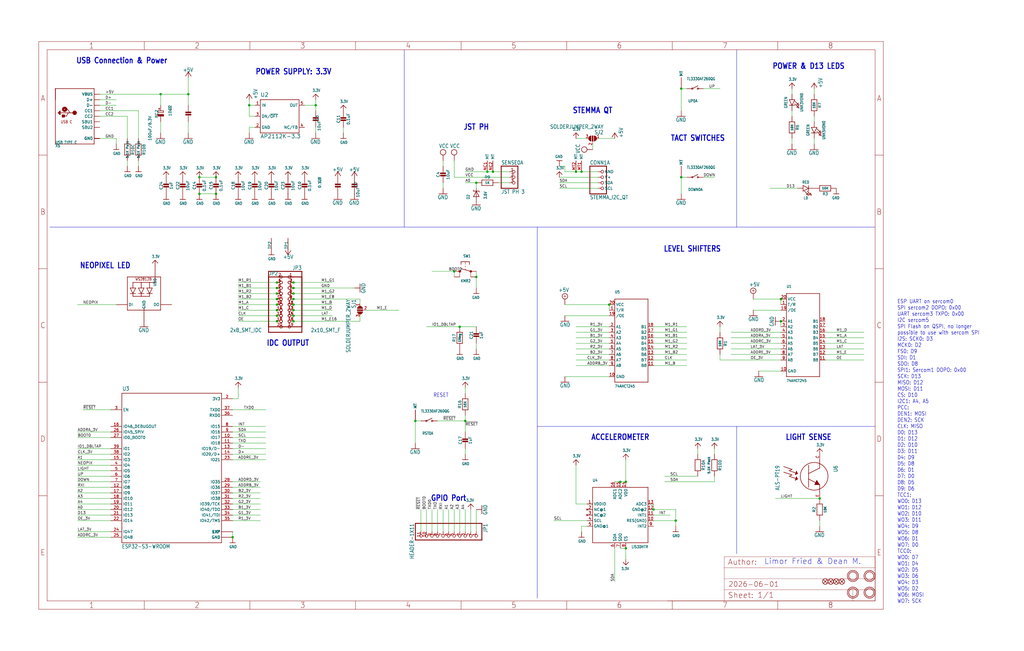
<source format=kicad_sch>
(kicad_sch (version 20231120) (generator "eeschema") (generator_version "8.0")
  (paper "User" 469.621 298.602)
  (junction (at 287.02 220.98))
  (junction (at 375.92 228.6))
  (junction (at 309.88 238.76))
  (junction (at 266.7 78.74))
  (junction (at 358.14 137.16))
  (junction (at 127 139.7))
  (junction (at 218.44 83.82))
  (junction (at 279.4 139.7))
  (junction (at 210.82 149.86))
  (junction (at 127 137.16))
  (junction (at 134.62 147.32))
  (junction (at 127 144.78))
  (junction (at 134.62 144.78))
  (junction (at 358.14 147.32))
  (junction (at 99.06 88.9))
  (junction (at 134.62 137.16))
  (junction (at 284.48 220.98))
  (junction (at 134.62 139.7))
  (junction (at 127 147.32))
  (junction (at 91.44 88.9))
  (junction (at 190.5 193.04))
  (junction (at 218.44 127))
  (junction (at 134.62 142.24))
  (junction (at 299.72 233.68))
  (junction (at 312.42 81.28))
  (junction (at 127 129.54))
  (junction (at 99.06 81.28))
  (junction (at 134.62 129.54))
  (junction (at 86.36 43.18))
  (junction (at 114.3 48.26))
  (junction (at 106.68 246.38))
  (junction (at 287.02 251.46))
  (junction (at 213.36 193.04))
  (junction (at 312.42 40.64))
  (junction (at 264.16 78.74))
  (junction (at 91.44 81.28))
  (junction (at 134.62 134.62))
  (junction (at 127 132.08))
  (junction (at 144.78 48.26))
  (junction (at 127 142.24))
  (junction (at 127 134.62))
  (junction (at 73.66 43.18))
  (junction (at 208.28 124.46))
  (junction (at 134.62 132.08))
  (junction (at 226.06 78.74))
  (junction (at 223.52 78.74))
  (wire (pts (xy 106.68 228.6) (xy 119.38 228.6)) (stroke (width 0.1524)))
  (wire (pts (xy 271.78 68.58) (xy 271.78 66.04)) (stroke (width 0.1524)))
  (wire (pts (xy 208.28 81.28) (xy 208.28 73.66)) (stroke (width 0.1524)))
  (wire (pts (xy 264.16 167.64) (xy 279.4 167.64)) (stroke (width 0.1524)))
  (wire (pts (xy 358.14 165.1) (xy 330.2 165.1)) (stroke (width 0.1524)))
  (wire (pts (xy 314.96 154.94) (xy 299.72 154.94)) (stroke (width 0.1524)))
  (wire (pts (xy 320.04 208.28) (xy 320.04 205.74)) (stroke (width 0.1524)))
  (wire (pts (xy 144.78 58.42) (xy 144.78 60.96)) (stroke (width 0.1524)))
  (wire (pts (xy 208.28 243.84) (xy 208.28 233.68)) (stroke (width 0.1524)))
  (wire (pts (xy 345.44 137.16) (xy 358.14 137.16)) (stroke (width 0.1524)))
  (wire (pts (xy 167.64 142.24) (xy 182.88 142.24)) (stroke (width 0.1524)))
  (wire (pts (xy 259.08 172.72) (xy 279.4 172.72)) (stroke (width 0.1524)))
  (wire (pts (xy 274.32 78.74) (xy 266.7 78.74)) (stroke (width 0.1524)))
  (wire (pts (xy 50.8 246.38) (xy 35.56 246.38)) (stroke (width 0.1524)))
  (wire (pts (xy 314.96 167.64) (xy 299.72 167.64)) (stroke (width 0.1524)))
  (wire (pts (xy 233.68 83.82) (xy 228.6 83.82)) (stroke (width 0.1524)))
  (wire (pts (xy 375.92 238.76) (xy 375.92 241.3)) (stroke (width 0.1524)))
  (wire (pts (xy 375.92 228.6) (xy 355.6 228.6)) (stroke (width 0.1524)))
  (wire (pts (xy 213.36 198.12) (xy 213.36 193.04)) (stroke (width 0.1524)))
  (wire (pts (xy 50.8 238.76) (xy 35.56 238.76)) (stroke (width 0.1524)))
  (wire (pts (xy 91.44 88.9) (xy 99.06 88.9)) (stroke (width 0.1524)))
  (wire (pts (xy 109.22 132.08) (xy 127 132.08)) (stroke (width 0.1524)))
  (polyline (pts (xy 337.82 195.58) (xy 337.82 254)) (stroke (width 0.1524) (type solid)))
  (wire (pts (xy 309.88 238.76) (xy 309.88 241.3)) (stroke (width 0.1524)))
  (wire (pts (xy 109.22 142.24) (xy 127 142.24)) (stroke (width 0.1524)))
  (wire (pts (xy 358.14 147.32) (xy 358.14 149.86)) (stroke (width 0.1524)))
  (wire (pts (xy 226.06 78.74) (xy 223.52 78.74)) (stroke (width 0.1524)))
  (polyline (pts (xy 246.38 274.32) (xy 246.38 195.58)) (stroke (width 0.1524) (type solid)))
  (wire (pts (xy 330.2 152.4) (xy 330.2 149.86)) (stroke (width 0.1524)))
  (wire (pts (xy 109.22 147.32) (xy 127 147.32)) (stroke (width 0.1524)))
  (wire (pts (xy 203.2 243.84) (xy 203.2 233.68)) (stroke (width 0.1524)))
  (wire (pts (xy 373.38 55.88) (xy 373.38 53.34)) (stroke (width 0.1524)))
  (wire (pts (xy 299.72 236.22) (xy 307.34 236.22)) (stroke (width 0.1524)))
  (wire (pts (xy 218.44 149.86) (xy 210.82 149.86)) (stroke (width 0.1524)))
  (wire (pts (xy 299.72 231.14) (xy 299.72 233.68)) (stroke (width 0.1524)))
  (wire (pts (xy 218.44 86.36) (xy 218.44 83.82)) (stroke (width 0.1524)))
  (wire (pts (xy 304.8 220.98) (xy 327.66 220.98)) (stroke (width 0.1524)))
  (wire (pts (xy 127 134.62) (xy 109.22 134.62)) (stroke (width 0.1524)))
  (wire (pts (xy 208.28 81.28) (xy 233.68 81.28)) (stroke (width 0.1524)))
  (wire (pts (xy 358.14 154.94) (xy 335.28 154.94)) (stroke (width 0.1524)))
  (wire (pts (xy 106.68 243.84) (xy 106.68 246.38)) (stroke (width 0.1524)))
  (wire (pts (xy 203.2 86.36) (xy 203.2 83.82)) (stroke (width 0.1524)))
  (wire (pts (xy 259.08 139.7) (xy 279.4 139.7)) (stroke (width 0.1524)))
  (wire (pts (xy 269.24 238.76) (xy 254 238.76)) (stroke (width 0.1524)))
  (wire (pts (xy 119.38 233.68) (xy 106.68 233.68)) (stroke (width 0.1524)))
  (wire (pts (xy 190.5 193.04) (xy 190.5 203.2)) (stroke (width 0.1524)))
  (wire (pts (xy 347.98 170.18) (xy 358.14 170.18)) (stroke (width 0.1524)))
  (wire (pts (xy 358.14 152.4) (xy 335.28 152.4)) (stroke (width 0.1524)))
  (wire (pts (xy 274.32 83.82) (xy 256.54 83.82)) (stroke (width 0.1524)))
  (wire (pts (xy 50.8 200.66) (xy 35.56 200.66)) (stroke (width 0.1524)))
  (wire (pts (xy 353.06 86.36) (xy 365.76 86.36)) (stroke (width 0.1524)))
  (wire (pts (xy 53.34 139.7) (xy 35.56 139.7)) (stroke (width 0.1524)))
  (wire (pts (xy 106.68 223.52) (xy 119.38 223.52)) (stroke (width 0.1524)))
  (wire (pts (xy 218.44 127) (xy 218.44 132.08)) (stroke (width 0.1524)))
  (wire (pts (xy 106.68 210.82) (xy 121.92 210.82)) (stroke (width 0.1524)))
  (wire (pts (xy 190.5 193.04) (xy 193.04 193.04)) (stroke (width 0.1524)))
  (wire (pts (xy 86.36 43.18) (xy 86.36 48.26)) (stroke (width 0.1524)))
  (wire (pts (xy 106.68 195.58) (xy 121.92 195.58)) (stroke (width 0.1524)))
  (polyline (pts (xy 337.82 22.86) (xy 337.82 104.14)) (stroke (width 0.1524) (type solid)))
  (wire (pts (xy 134.62 132.08) (xy 162.56 132.08)) (stroke (width 0.1524)))
  (wire (pts (xy 284.48 251.46) (xy 287.02 251.46)) (stroke (width 0.1524)))
  (wire (pts (xy 50.8 223.52) (xy 35.56 223.52)) (stroke (width 0.1524)))
  (wire (pts (xy 50.8 198.12) (xy 35.56 198.12)) (stroke (width 0.1524)))
  (wire (pts (xy 213.36 208.28) (xy 213.36 205.74)) (stroke (width 0.1524)))
  (wire (pts (xy 35.56 228.6) (xy 50.8 228.6)) (stroke (width 0.1524)))
  (wire (pts (xy 378.46 165.1) (xy 396.24 165.1)) (stroke (width 0.1524)))
  (wire (pts (xy 396.24 160.02) (xy 378.46 160.02)) (stroke (width 0.1524)))
  (polyline (pts (xy 185.42 104.14) (xy 185.42 22.86)) (stroke (width 0.1524) (type solid)))
  (wire (pts (xy 106.68 205.74) (xy 121.92 205.74)) (stroke (width 0.1524)))
  (wire (pts (xy 259.08 144.78) (xy 279.4 144.78)) (stroke (width 0.1524)))
  (wire (pts (xy 99.06 81.28) (xy 91.44 81.28)) (stroke (width 0.1524)))
  (wire (pts (xy 127 144.78) (xy 109.22 144.78)) (stroke (width 0.1524)))
  (wire (pts (xy 213.36 243.84) (xy 213.36 233.68)) (stroke (width 0.1524)))
  (wire (pts (xy 200.66 233.68) (xy 200.66 243.84)) (stroke (width 0.1524)))
  (wire (pts (xy 322.58 40.64) (xy 330.2 40.64)) (stroke (width 0.1524)))
  (wire (pts (xy 50.8 218.44) (xy 35.56 218.44)) (stroke (width 0.1524)))
  (wire (pts (xy 378.46 162.56) (xy 396.24 162.56)) (stroke (width 0.1524)))
  (wire (pts (xy 119.38 231.14) (xy 106.68 231.14)) (stroke (width 0.1524)))
  (wire (pts (xy 259.08 76.2) (xy 256.54 76.2)) (stroke (width 0.1524)))
  (wire (pts (xy 264.16 165.1) (xy 279.4 165.1)) (stroke (width 0.1524)))
  (wire (pts (xy 256.54 86.36) (xy 274.32 86.36)) (stroke (width 0.1524)))
  (wire (pts (xy 50.8 243.84) (xy 35.56 243.84)) (stroke (width 0.1524)))
  (wire (pts (xy 299.72 233.68) (xy 309.88 233.68)) (stroke (width 0.1524)))
  (wire (pts (xy 50.8 215.9) (xy 35.56 215.9)) (stroke (width 0.1524)))
  (wire (pts (xy 314.96 152.4) (xy 299.72 152.4)) (stroke (width 0.1524)))
  (wire (pts (xy 86.36 43.18) (xy 86.36 35.56)) (stroke (width 0.1524)))
  (wire (pts (xy 312.42 81.28) (xy 312.42 88.9)) (stroke (width 0.1524)))
  (wire (pts (xy 269.24 63.5) (xy 264.16 63.5)) (stroke (width 0.1524)))
  (wire (pts (xy 327.66 205.74) (xy 327.66 208.28)) (stroke (width 0.1524)))
  (wire (pts (xy 218.44 160.02) (xy 218.44 157.48)) (stroke (width 0.1524)))
  (wire (pts (xy 106.68 226.06) (xy 119.38 226.06)) (stroke (width 0.1524)))
  (wire (pts (xy 203.2 76.2) (xy 203.2 73.66)) (stroke (width 0.1524)))
  (wire (pts (xy 314.96 157.48) (xy 299.72 157.48)) (stroke (width 0.1524)))
  (wire (pts (xy 264.16 157.48) (xy 279.4 157.48)) (stroke (width 0.1524)))
  (wire (pts (xy 134.62 147.32) (xy 165.1 147.32)) (stroke (width 0.1524)))
  (wire (pts (xy 114.3 53.34) (xy 114.3 48.26)) (stroke (width 0.1524)))
  (wire (pts (xy 58.42 53.34) (xy 58.42 63.5)) (stroke (width 0.1524)))
  (wire (pts (xy 269.24 231.14) (xy 264.16 231.14)) (stroke (width 0.1524)))
  (wire (pts (xy 287.02 251.46) (xy 287.02 256.54)) (stroke (width 0.1524)))
  (wire (pts (xy 396.24 154.94) (xy 378.46 154.94)) (stroke (width 0.1524)))
  (wire (pts (xy 195.58 233.68) (xy 195.58 243.84)) (stroke (width 0.1524)))
  (wire (pts (xy 256.54 81.28) (xy 274.32 81.28)) (stroke (width 0.1524)))
  (wire (pts (xy 127 139.7) (xy 109.22 139.7)) (stroke (width 0.1524)))
  (polyline (pts (xy 246.38 195.58) (xy 246.38 104.14)) (stroke (width 0.1524) (type solid)))
  (wire (pts (xy 106.68 220.98) (xy 119.38 220.98)) (stroke (width 0.1524)))
  (wire (pts (xy 45.72 43.18) (xy 73.66 43.18)) (stroke (width 0.1524)))
  (wire (pts (xy 284.48 220.98) (xy 287.02 220.98)) (stroke (width 0.1524)))
  (wire (pts (xy 50.8 205.74) (xy 35.56 205.74)) (stroke (width 0.1524)))
  (wire (pts (xy 266.7 241.3) (xy 266.7 243.84)) (stroke (width 0.1524)))
  (wire (pts (xy 63.5 76.2) (xy 63.5 73.66)) (stroke (width 0.1524)))
  (wire (pts (xy 165.1 144.78) (xy 165.1 147.32)) (stroke (width 0.1524)))
  (wire (pts (xy 299.72 238.76) (xy 309.88 238.76)) (stroke (width 0.1524)))
  (wire (pts (xy 114.3 45.72) (xy 114.3 48.26)) (stroke (width 0.1524)))
  (wire (pts (xy 264.16 160.02) (xy 279.4 160.02)) (stroke (width 0.1524)))
  (wire (pts (xy 215.9 243.84) (xy 215.9 233.68)) (stroke (width 0.1524)))
  (wire (pts (xy 116.84 58.42) (xy 114.3 58.42)) (stroke (width 0.1524)))
  (wire (pts (xy 373.38 43.18) (xy 373.38 40.64)) (stroke (width 0.1524)))
  (polyline (pts (xy 246.38 104.14) (xy 185.42 104.14)) (stroke (width 0.1524) (type solid)))
  (wire (pts (xy 358.14 162.56) (xy 335.28 162.56)) (stroke (width 0.1524)))
  (wire (pts (xy 144.78 48.26) (xy 144.78 50.8)) (stroke (width 0.1524)))
  (wire (pts (xy 58.42 73.66) (xy 58.42 76.2)) (stroke (width 0.1524)))
  (wire (pts (xy 165.1 137.16) (xy 165.1 139.7)) (stroke (width 0.1524)))
  (wire (pts (xy 266.7 78.74) (xy 264.16 78.74)) (stroke (width 0.1524)))
  (wire (pts (xy 281.94 220.98) (xy 284.48 220.98)) (stroke (width 0.1524)))
  (wire (pts (xy 218.44 243.84) (xy 218.44 233.68)) (stroke (width 0.1524)))
  (wire (pts (xy 152.4 139.7) (xy 134.62 139.7)) (stroke (width 0.1524)))
  (wire (pts (xy 213.36 193.04) (xy 213.36 190.5)) (stroke (width 0.1524)))
  (wire (pts (xy 363.22 40.64) (xy 363.22 43.18)) (stroke (width 0.1524)))
  (wire (pts (xy 106.68 198.12) (xy 121.92 198.12)) (stroke (width 0.1524)))
  (wire (pts (xy 264.16 78.74) (xy 259.08 78.74)) (stroke (width 0.1524)))
  (wire (pts (xy 299.72 149.86) (xy 314.96 149.86)) (stroke (width 0.1524)))
  (wire (pts (xy 210.82 149.86) (xy 195.58 149.86)) (stroke (width 0.1524)))
  (wire (pts (xy 363.22 53.34) (xy 363.22 50.8)) (stroke (width 0.1524)))
  (wire (pts (xy 200.66 193.04) (xy 213.36 193.04)) (stroke (width 0.1524)))
  (wire (pts (xy 314.96 81.28) (xy 312.42 81.28)) (stroke (width 0.1524)))
  (wire (pts (xy 330.2 165.1) (xy 330.2 162.56)) (stroke (width 0.1524)))
  (wire (pts (xy 287.02 220.98) (xy 287.02 210.82)) (stroke (width 0.1524)))
  (wire (pts (xy 314.96 162.56) (xy 299.72 162.56)) (stroke (width 0.1524)))
  (wire (pts (xy 193.04 243.84) (xy 193.04 233.68)) (stroke (width 0.1524)))
  (wire (pts (xy 35.56 233.68) (xy 50.8 233.68)) (stroke (width 0.1524)))
  (polyline (pts (xy 401.32 195.58) (xy 337.82 195.58)) (stroke (width 0.1524) (type solid)))
  (wire (pts (xy 45.72 53.34) (xy 58.42 53.34)) (stroke (width 0.1524)))
  (wire (pts (xy 50.8 236.22) (xy 35.56 236.22)) (stroke (width 0.1524)))
  (wire (pts (xy 281.94 251.46) (xy 281.94 266.7)) (stroke (width 0.1524)))
  (wire (pts (xy 259.08 78.74) (xy 259.08 76.2)) (stroke (width 0.1524)))
  (wire (pts (xy 299.72 165.1) (xy 314.96 165.1)) (stroke (width 0.1524)))
  (wire (pts (xy 157.48 60.96) (xy 157.48 58.42)) (stroke (width 0.1524)))
  (wire (pts (xy 314.96 40.64) (xy 312.42 40.64)) (stroke (width 0.1524)))
  (wire (pts (xy 218.44 83.82) (xy 213.36 83.82)) (stroke (width 0.1524)))
  (wire (pts (xy 114.3 58.42) (xy 114.3 60.96)) (stroke (width 0.1524)))
  (wire (pts (xy 53.34 63.5) (xy 45.72 63.5)) (stroke (width 0.1524)))
  (wire (pts (xy 264.16 162.56) (xy 279.4 162.56)) (stroke (width 0.1524)))
  (wire (pts (xy 218.44 124.46) (xy 218.44 127)) (stroke (width 0.1524)))
  (wire (pts (xy 223.52 78.74) (xy 213.36 78.74)) (stroke (width 0.1524)))
  (wire (pts (xy 264.16 231.14) (xy 264.16 213.36)) (stroke (width 0.1524)))
  (wire (pts (xy 299.72 160.02) (xy 314.96 160.02)) (stroke (width 0.1524)))
  (wire (pts (xy 53.34 63.5) (xy 53.34 66.04)) (stroke (width 0.1524)))
  (wire (pts (xy 335.28 157.48) (xy 358.14 157.48)) (stroke (width 0.1524)))
  (wire (pts (xy 233.68 78.74) (xy 226.06 78.74)) (stroke (width 0.1524)))
  (wire (pts (xy 269.24 241.3) (xy 266.7 241.3)) (stroke (width 0.1524)))
  (wire (pts (xy 134.62 142.24) (xy 152.4 142.24)) (stroke (width 0.1524)))
  (wire (pts (xy 73.66 55.88) (xy 73.66 60.96)) (stroke (width 0.1524)))
  (wire (pts (xy 114.3 48.26) (xy 116.84 48.26)) (stroke (width 0.1524)))
  (wire (pts (xy 45.72 50.8) (xy 63.5 50.8)) (stroke (width 0.1524)))
  (wire (pts (xy 106.68 236.22) (xy 119.38 236.22)) (stroke (width 0.1524)))
  (wire (pts (xy 106.68 238.76) (xy 119.38 238.76)) (stroke (width 0.1524)))
  (wire (pts (xy 134.62 137.16) (xy 165.1 137.16)) (stroke (width 0.1524)))
  (wire (pts (xy 210.82 243.84) (xy 210.82 233.68)) (stroke (width 0.1524)))
  (wire (pts (xy 106.68 182.88) (xy 109.22 182.88)) (stroke (width 0.1524)))
  (wire (pts (xy 309.88 233.68) (xy 309.88 238.76)) (stroke (width 0.1524)))
  (wire (pts (xy 116.84 53.34) (xy 114.3 53.34)) (stroke (width 0.1524)))
  (wire (pts (xy 127 129.54) (xy 109.22 129.54)) (stroke (width 0.1524)))
  (wire (pts (xy 50.8 231.14) (xy 35.56 231.14)) (stroke (width 0.1524)))
  (wire (pts (xy 152.4 134.62) (xy 134.62 134.62)) (stroke (width 0.1524)))
  (polyline (pts (xy 337.82 195.58) (xy 246.38 195.58)) (stroke (width 0.1524) (type solid)))
  (wire (pts (xy 327.66 220.98) (xy 327.66 218.44)) (stroke (width 0.1524)))
  (wire (pts (xy 45.72 48.26) (xy 53.34 48.26)) (stroke (width 0.1524)))
  (wire (pts (xy 73.66 43.18) (xy 73.66 48.26)) (stroke (width 0.1524)))
  (polyline (pts (xy 337.82 104.14) (xy 246.38 104.14)) (stroke (width 0.1524) (type solid)))
  (wire (pts (xy 358.14 139.7) (xy 358.14 137.16)) (stroke (width 0.1524)))
  (wire (pts (xy 50.8 187.96) (xy 38.1 187.96)) (stroke (width 0.1524)))
  (wire (pts (xy 198.12 243.84) (xy 198.12 233.68)) (stroke (width 0.1524)))
  (wire (pts (xy 264.16 154.94) (xy 279.4 154.94)) (stroke (width 0.1524)))
  (wire (pts (xy 373.38 66.04) (xy 373.38 63.5)) (stroke (width 0.1524)))
  (wire (pts (xy 345.44 142.24) (xy 358.14 142.24)) (stroke (width 0.1524)))
  (wire (pts (xy 50.8 220.98) (xy 35.56 220.98)) (stroke (width 0.1524)))
  (wire (pts (xy 45.72 45.72) (xy 53.34 45.72)) (stroke (width 0.1524)))
  (wire (pts (xy 50.8 226.06) (xy 35.56 226.06)) (stroke (width 0.1524)))
  (wire (pts (xy 139.7 48.26) (xy 144.78 48.26)) (stroke (width 0.1524)))
  (wire (pts (xy 109.22 137.16) (xy 127 137.16)) (stroke (width 0.1524)))
  (wire (pts (xy 264.16 152.4) (xy 279.4 152.4)) (stroke (width 0.1524)))
  (wire (pts (xy 152.4 144.78) (xy 134.62 144.78)) (stroke (width 0.1524)))
  (wire (pts (xy 35.56 213.36) (xy 50.8 213.36)) (stroke (width 0.1524)))
  (wire (pts (xy 322.58 81.28) (xy 327.66 81.28)) (stroke (width 0.1524)))
  (wire (pts (xy 152.4 129.54) (xy 134.62 129.54)) (stroke (width 0.1524)))
  (wire (pts (xy 213.36 177.8) (xy 213.36 180.34)) (stroke (width 0.1524)))
  (wire (pts (xy 312.42 40.64) (xy 312.42 50.8)) (stroke (width 0.1524)))
  (wire (pts (xy 73.66 43.18) (xy 86.36 43.18)) (stroke (width 0.1524)))
  (wire (pts (xy 378.46 152.4) (xy 396.24 152.4)) (stroke (width 0.1524)))
  (wire (pts (xy 144.78 45.72) (xy 144.78 48.26)) (stroke (width 0.1524)))
  (wire (pts (xy 304.8 218.44) (xy 320.04 218.44)) (stroke (width 0.1524)))
  (wire (pts (xy 208.28 124.46) (xy 198.12 124.46)) (stroke (width 0.1524)))
  (wire (pts (xy 363.22 63.5) (xy 363.22 66.04)) (stroke (width 0.1524)))
  (wire (pts (xy 109.22 182.88) (xy 109.22 177.8)) (stroke (width 0.1524)))
  (wire (pts (xy 106.68 203.2) (xy 121.92 203.2)) (stroke (width 0.1524)))
  (wire (pts (xy 50.8 210.82) (xy 35.56 210.82)) (stroke (width 0.1524)))
  (wire (pts (xy 106.68 200.66) (xy 121.92 200.66)) (stroke (width 0.1524)))
  (wire (pts (xy 63.5 50.8) (xy 63.5 63.5)) (stroke (width 0.1524)))
  (wire (pts (xy 205.74 243.84) (xy 205.74 233.68)) (stroke (width 0.1524)))
  (wire (pts (xy 274.32 63.5) (xy 281.94 63.5)) (stroke (width 0.1524)))
  (wire (pts (xy 335.28 160.02) (xy 358.14 160.02)) (stroke (width 0.1524)))
  (polyline (pts (xy 337.82 104.14) (xy 401.32 104.14)) (stroke (width 0.1524) (type solid)))
  (polyline (pts (xy 22.86 104.14) (xy 185.42 104.14)) (stroke (width 0.1524) (type solid)))
  (wire (pts (xy 106.68 208.28) (xy 121.92 208.28)) (stroke (width 0.1524)))
  (wire (pts (xy 106.68 187.96) (xy 121.92 187.96)) (stroke (width 0.1524)))
  (wire (pts (xy 50.8 208.28) (xy 35.56 208.28)) (stroke (width 0.1524)))
  (wire (pts (xy 378.46 157.48) (xy 396.24 157.48)) (stroke (width 0.1524)))
  (wire (pts (xy 279.4 142.24) (xy 279.4 139.7)) (stroke (width 0.1524)))
  (wire (pts (xy 86.36 55.88) (xy 86.36 60.96)) (stroke (width 0.1524)))
  (wire (pts (xy 208.28 124.46) (xy 208.28 127)) (stroke (width 0.1524)))
  (wire (pts (xy 264.16 149.86) (xy 279.4 149.86)) (stroke (width 0.1524)))
  (text "ESP UART on sercom0\nSPI sercom2 DOPO: 0x00\nUART sercom3 TXPO: 0x00\nI2C sercom5\nSPI Flash on QSPI, no longer\npossible to use with sercom SPI\nI2S: SCK0: D3\nMCK0: D2\nFS0: D9\nSDI: D1\nSDO: D8\nSPI1: Sercom1 DOPO: 0x00\nSCK: D13\nMISO: D12\nMOSI: D11\nCS: D10\nI2C1: A4, A5\nPCC:\nDEN1: MOSI\nDEN2: SCK\nCLK: MISO\nD0: D13\nD1: D12\nD2: D10\nD3: D11\nD4: D9\nD5: D8\nD6: D1\nD7: D0\nD8: D5\nD9: D6\nTCC1:\nWO0: D13\nWO1: D12\nWO2: D10\nWO3: D11\nWO4: D9\nWO5: D8\nWO6: D1\nWO7: D0\nTCC0:\nWO0: D7\nWO1: D4\nWO2: D5\nWO3: D6\nWO4: D3\nWO5: D2\nWO6: MOSI\nWO7: SCK\n" (at 411.48 276.86 0) (effects (font (size 1.778 1.5113)) (justify left bottom)))
  (text "Limor Fried & Dean M." (at 350.52 259.08 0) (effects (font (size 2.54 2.54)) (justify left bottom)))
  (text "STEMMA QT" (at 271.78 50.8 0) (effects (font (size 2.54 2.159) (thickness 0.4318) (bold yes))))
  (text "LIGHT SENSE" (at 370.84 200.66 0) (effects (font (size 2.54 2.159) (thickness 0.4318) (bold yes))))
  (text "NEOPIXEL LED" (at 48.26 121.92 0) (effects (font (size 2.54 2.159) (thickness 0.4318) (bold yes))))
  (text "RESET" (at 205.74 180.34 0) (effects (font (size 1.778 1.5113)) (justify right top)))
  (text "LEVEL SHIFTERS" (at 317.5 114.3 0) (effects (font (size 2.54 2.159) (thickness 0.4318) (bold yes))))
  (text "POWER & D13 LEDS" (at 370.84 30.48 0) (effects (font (size 2.54 2.159) (thickness 0.4318) (bold yes))))
  (text "ACCELEROMETER" (at 284.48 200.66 0) (effects (font (size 2.54 2.159) (thickness 0.4318) (bold yes))))
  (text "GPIO Port" (at 205.74 228.6 0) (effects (font (size 2.54 2.159) (thickness 0.4318) (bold yes))))
  (text "USB Connection & Power" (at 55.88 27.94 0) (effects (font (size 2.54 2.159) (thickness 0.4318) (bold yes))))
  (text "TACT SWITCHES" (at 320.04 63.5 0) (effects (font (size 2.54 2.159) (thickness 0.4318) (bold yes))))
  (text "POWER SUPPLY: 3.3V" (at 134.62 33.02 0) (effects (font (size 2.54 2.159) (thickness 0.4318) (bold yes))))
  (text "JST PH" (at 218.44 58.42 0) (effects (font (size 2.54 2.159) (thickness 0.4318) (bold yes))))
  (text "IDC OUTPUT" (at 132.08 157.48 0) (effects (font (size 2.54 2.159) (thickness 0.4318) (bold yes))))
  (label "G1_3V" (at 109.22 236.22 0) (effects (font (size 1.2446 1.2446))))
  (label "B2_3V" (at 109.22 226.06 0) (effects (font (size 1.2446 1.2446))))
  (label "RXI" (at 35.56 223.52 0) (effects (font (size 1.2446 1.2446))))
  (label "CC1" (at 48.26 50.8 0) (effects (font (size 1.2446 1.2446))))
  (label "GND" (at 48.26 63.5 0) (effects (font (size 1.2446 1.2446))))
  (label "INT" (at 302.26 236.22 0) (effects (font (size 1.2446 1.2446))))
  (label "A4" (at 35.56 231.14 0) (effects (font (size 1.2446 1.2446))))
  (label "~{RESET}" (at 38.1 187.96 0) (effects (font (size 1.2446 1.2446))))
  (label "M1_B1" (at 109.22 132.08 0) (effects (font (size 1.2446 1.2446))))
  (label "ADDRD_3V" (at 344.17 152.4 0) (effects (font (size 1.2446 1.2446))))
  (label "CLK_3V" (at 269.24 165.1 0) (effects (font (size 1.2446 1.2446))))
  (label "OE" (at 383.54 165.1 0) (effects (font (size 1.2446 1.2446))))
  (label "A2" (at 208.28 233.68 90) (effects (font (size 1.2446 1.2446))))
  (label "IO1_DBLTAP" (at 198.12 149.86 0) (effects (font (size 1.2446 1.2446))))
  (label "R1_3V" (at 109.22 238.76 0) (effects (font (size 1.2446 1.2446))))
  (label "M1_E16" (at 147.32 147.32 0) (effects (font (size 1.2446 1.2446))))
  (label "M1_C" (at 383.54 157.48 0) (effects (font (size 1.2446 1.2446))))
  (label "~{RESET}" (at 203.2 193.04 0) (effects (font (size 1.2446 1.2446))))
  (label "BOOT0" (at 205.74 124.46 0) (effects (font (size 1.2446 1.2446))))
  (label "D+" (at 109.22 208.28 0) (effects (font (size 1.2446 1.2446))))
  (label "CLK_3V" (at 35.56 208.28 0) (effects (font (size 1.2446 1.2446))))
  (label "INT" (at 109.22 195.58 0) (effects (font (size 1.2446 1.2446))))
  (label "~{RESET}" (at 193.04 233.68 90) (effects (font (size 1.2446 1.2446))))
  (label "OE_3V" (at 344.17 165.1 0) (effects (font (size 1.2446 1.2446))))
  (label "A3" (at 35.56 228.6 0) (effects (font (size 1.2446 1.2446))))
  (label "M1_E" (at 383.54 162.56 0) (effects (font (size 1.2446 1.2446))))
  (label "M1_D" (at 383.54 152.4 0) (effects (font (size 1.2446 1.2446))))
  (label "M1_E" (at 172.72 142.24 0) (effects (font (size 1.2446 1.2446))))
  (label "ADDRA_3V" (at 344.17 154.94 0) (effects (font (size 1.2446 1.2446))))
  (label "A1" (at 205.74 233.68 90) (effects (font (size 1.2446 1.2446))))
  (label "~{RESET}" (at 213.36 195.58 0) (effects (font (size 1.2446 1.2446))))
  (label "VCC" (at 213.36 81.28 0) (effects (font (size 1.2446 1.2446))))
  (label "A0" (at 213.36 83.82 0) (effects (font (size 1.2446 1.2446))))
  (label "IO1_DBLTAP" (at 35.56 205.74 0) (effects (font (size 1.2446 1.2446))))
  (label "B2_3V" (at 270.51 162.56 0) (effects (font (size 1.2446 1.2446))))
  (label "SDA" (at 109.22 198.12 0) (effects (font (size 1.2446 1.2446))))
  (label "SCL" (at 254 238.76 0) (effects (font (size 1.2446 1.2446))))
  (label "ADDRC_3V" (at 35.56 246.38 0) (effects (font (size 1.2446 1.2446))))
  (label "A2" (at 35.56 226.06 0) (effects (font (size 1.2446 1.2446))))
  (label "G2_3V" (at 109.22 231.14 0) (effects (font (size 1.2446 1.2446))))
  (label "M1_A" (at 109.22 139.7 0) (effects (font (size 1.2446 1.2446))))
  (label "RXI" (at 203.2 233.68 90) (effects (font (size 1.2446 1.2446))))
  (label "D13" (at 35.56 236.22 0) (effects (font (size 1.2446 1.2446))))
  (label "GND" (at 213.36 78.74 0) (effects (font (size 1.2446 1.2446))))
  (label "B1_3V" (at 270.51 154.94 0) (effects (font (size 1.2446 1.2446))))
  (label "G1_3V" (at 270.51 152.4 0) (effects (font (size 1.2446 1.2446))))
  (label "A3" (at 210.82 233.68 90) (effects (font (size 1.2446 1.2446))))
  (label "SCL" (at 307.34 218.44 0) (effects (font (size 1.2446 1.2446))))
  (label "R2_3V" (at 270.51 160.02 0) (effects (font (size 1.2446 1.2446))))
  (label "LIGHT" (at 35.56 215.9 0) (effects (font (size 1.2446 1.2446))))
  (label "NEOPIX" (at 38.1 139.7 0) (effects (font (size 1.2446 1.2446))))
  (label "ADDRE_3V" (at 344.17 162.56 0) (effects (font (size 1.2446 1.2446))))
  (label "M1_B2" (at 109.22 137.16 0) (effects (font (size 1.2446 1.2446))))
  (label "DOWN" (at 35.56 220.98 0) (effects (font (size 1.2446 1.2446))))
  (label "ADDRE_3V" (at 109.22 210.82 0) (effects (font (size 1.2446 1.2446))))
  (label "B1_3V" (at 109.22 233.68 0) (effects (font (size 1.2446 1.2446))))
  (label "M1_G2" (at 147.32 134.62 0) (effects (font (size 1.2446 1.2446))))
  (label "ADDRB_3V" (at 109.22 223.52 0) (effects (font (size 1.2446 1.2446))))
  (label "UP" (at 35.56 218.44 0) (effects (font (size 1.2446 1.2446))))
  (label "M1_B2" (at 304.8 162.56 0) (effects (font (size 1.2446 1.2446))))
  (label "D+" (at 48.26 45.72 0) (effects (font (size 1.2446 1.2446))))
  (label "M1_B" (at 147.32 139.7 0) (effects (font (size 1.2446 1.2446))))
  (label "M1_A" (at 383.54 154.94 0) (effects (font (size 1.2446 1.2446))))
  (label "SDA" (at 307.34 220.98 0) (effects (font (size 1.2446 1.2446))))
  (label "LAT" (at 383.54 160.02 0) (effects (font (size 1.2446 1.2446))))
  (label "M1_B" (at 304.8 167.64 0) (effects (font (size 1.2446 1.2446))))
  (label "TXO" (at 109.22 203.2 0) (effects (font (size 1.2446 1.2446))))
  (label "LIGHT" (at 358.14 228.6 0) (effects (font (size 1.2446 1.2446))))
  (label "TXD0" (at 198.12 233.68 90) (effects (font (size 1.2446 1.2446))))
  (label "D-" (at 48.26 48.26 0) (effects (font (size 1.2446 1.2446))))
  (label "A4" (at 213.36 233.68 90) (effects (font (size 1.2446 1.2446))))
  (label "D-" (at 109.22 205.74 0) (effects (font (size 1.2446 1.2446))))
  (label "SDA" (at 281.94 266.7 90) (effects (font (size 1.2446 1.2446))))
  (label "SDA" (at 256.54 83.82 0) (effects (font (size 1.2446 1.2446))))
  (label "ADDRB_3V" (at 269.24 167.64 0) (effects (font (size 1.2446 1.2446))))
  (label "TXO" (at 200.66 233.68 90) (effects (font (size 1.2446 1.2446))))
  (label "M1_D" (at 147.32 142.24 0) (effects (font (size 1.2446 1.2446))))
  (label "BOOT0" (at 35.56 200.66 0) (effects (font (size 1.2446 1.2446))))
  (label "GND" (at 147.32 132.08 0) (effects (font (size 1.2446 1.2446))))
  (label "CC2" (at 48.26 53.34 0) (effects (font (size 1.2446 1.2446))))
  (label "+5V" (at 48.26 43.18 0) (effects (font (size 1.2446 1.2446))))
  (label "BOOT0" (at 195.58 233.68 90) (effects (font (size 1.2446 1.2446))))
  (label "SCL" (at 256.54 86.36 0) (effects (font (size 1.2446 1.2446))))
  (label "LAT" (at 147.32 144.78 0) (effects (font (size 1.2446 1.2446))))
  (label "TXD0" (at 111.76 187.96 0) (effects (font (size 1.2446 1.2446))))
  (label "M1_G1" (at 147.32 129.54 0) (effects (font (size 1.2446 1.2446))))
  (label "M1_C" (at 109.22 142.24 0) (effects (font (size 1.2446 1.2446))))
  (label "D13" (at 360.68 86.36 0) (effects (font (size 1.2446 1.2446))))
  (label "R1_3V" (at 270.51 149.86 0) (effects (font (size 1.2446 1.2446))))
  (label "M1_G2" (at 304.8 157.48 0) (effects (font (size 1.2446 1.2446))))
  (label "M1_R1" (at 304.8 149.86 0) (effects (font (size 1.2446 1.2446))))
  (label "SCL" (at 109.22 200.66 0) (effects (font (size 1.2446 1.2446))))
  (label "UP" (at 325.12 40.64 0) (effects (font (size 1.2446 1.2446))))
  (label "M1_B1" (at 304.8 154.94 0) (effects (font (size 1.2446 1.2446))))
  (label "G2_3V" (at 270.51 157.48 0) (effects (font (size 1.2446 1.2446))))
  (label "R2_3V" (at 109.22 228.6 0) (effects (font (size 1.2446 1.2446))))
  (label "ADDRA_3V" (at 35.56 198.12 0) (effects (font (size 1.2446 1.2446))))
  (label "A1" (at 35.56 210.82 0) (effects (font (size 1.2446 1.2446))))
  (label "OE_3V" (at 35.56 238.76 0) (effects (font (size 1.2446 1.2446))))
  (label "M1_R2" (at 109.22 134.62 0) (effects (font (size 1.2446 1.2446))))
  (label "M1_G1" (at 304.8 152.4 0) (effects (font (size 1.2446 1.2446))))
  (label "LAT_3V" (at 344.17 160.02 0) (effects (font (size 1.2446 1.2446))))
  (label "CLK" (at 304.8 165.1 0) (effects (font (size 1.2446 1.2446))))
  (label "M1_E8" (at 147.32 137.16 0) (effects (font (size 1.2446 1.2446))))
  (label "ADDRC_3V" (at 344.17 157.48 0) (effects (font (size 1.2446 1.2446))))
  (label "LAT_3V" (at 35.56 243.84 0) (effects (font (size 1.2446 1.2446))))
  (label "M1_R2" (at 304.8 160.02 0) (effects (font (size 1.2446 1.2446))))
  (label "OE" (at 109.22 147.32 0) (effects (font (size 1.2446 1.2446))))
  (label "DOWN" (at 322.58 81.28 0) (effects (font (size 1.2446 1.2446))))
  (label "ADDRD_3V" (at 109.22 220.98 0) (effects (font (size 1.2446 1.2446))))
  (label "NEOPIX" (at 35.56 213.36 0) (effects (font (size 1.2446 1.2446))))
  (label "M1_R1" (at 109.22 129.54 0) (effects (font (size 1.2446 1.2446))))
  (label "A0" (at 35.56 233.68 0) (effects (font (size 1.2446 1.2446))))
  (label "CLK" (at 109.22 144.78 0) (effects (font (size 1.2446 1.2446))))
  (symbol (lib_id "Adafruit MatrixPortal S3-eagle-import:CAP_CERAMIC0805-NOOUTLINE") (at 162.56 83.82 0) (mirror x) (unit 1)
    (property "Reference" "C7" (at 163.957 83.185 90) (effects (justify left bottom)))
    (property "Value" "10uF" (at 164.846 85.725 90) (effects (justify left bottom)))
    (property "Footprint" "Adafruit MatrixPortal S3:0805-NO" (effects (hide yes)))
  )
  (symbol (lib_id "Adafruit MatrixPortal S3-eagle-import:RESISTOR_0603_NOOUT") (at 210.82 154.94 90) (unit 1)
    (property "Reference" "R17" (at 208.28 154.94 0))
    (property "Value" "1Meg" (at 210.82 154.94 0) (effects (font (size 1.016 1.016) (thickness 0.2032) (bold yes))))
    (property "Footprint" "Adafruit MatrixPortal S3:0603-NO" (effects (hide yes)))
  )
  (symbol (lib_id "Adafruit MatrixPortal S3-eagle-import:SOLDERJUMPER_2WAY") (at 271.78 63.5 180) (unit 1)
    (property "Reference" "SJ2" (at 276.86 59.69 0) (effects (font (size 1.778 1.5113)) (justify left bottom)))
    (property "Value" "SOLDERJUMPER_2WAY" (at 276.86 57.15 0) (effects (font (size 1.778 1.5113)) (justify left bottom)))
    (property "Footprint" "Adafruit MatrixPortal S3:SOLDERJUMPER_2WAY_OPEN_NOPASTE" (effects (hide yes)))
  )
  (symbol (lib_id "Adafruit MatrixPortal S3-eagle-import:supply1_GND") (at 373.38 68.58 0) (unit 1)
    (property "Reference" "#GND14" (effects (hide yes)))
    (property "Value" "GND" (at 370.84 71.12 0) (effects (font (size 1.778 1.5113)) (justify left bottom)))
  )
  (symbol (lib_id "Adafruit MatrixPortal S3-eagle-import:3.3V") (at 375.92 205.74 0) (unit 1)
    (property "Reference" "#U$15" (effects (hide yes)))
    (property "Value" "3.3V" (at 374.396 204.724 0) (effects (font (size 1.27 1.0795)) (justify left bottom)))
  )
  (symbol (lib_id "Adafruit MatrixPortal S3-eagle-import:CON_JST_PH_3PIN") (at 236.22 81.28 0) (unit 1)
    (property "Reference" "SENSE0" (at 229.87 75.565 0) (effects (font (size 1.778 1.5113)) (justify left bottom)))
    (property "Value" "JST PH 3" (at 229.87 88.9 0) (effects (font (size 1.778 1.5113)) (justify left bottom)))
    (property "Footprint" "Adafruit MatrixPortal S3:JSTPH3" (effects (hide yes)))
  )
  (symbol (lib_id "Adafruit MatrixPortal S3-eagle-import:SOLDERJUMPER_2WAY") (at 165.1 142.24 270) (unit 1)
    (property "Reference" "SJ1" (at 161.29 137.16 0) (effects (font (size 1.778 1.5113)) (justify left bottom)))
    (property "Value" "SOLDERJUMPER_2WAY" (at 158.75 137.16 0) (effects (font (size 1.778 1.5113)) (justify left bottom)))
    (property "Footprint" "Adafruit MatrixPortal S3:SOLDERJUMPER_2WAY_OPEN_NOPASTE" (effects (hide yes)))
  )
  (symbol (lib_id "Adafruit MatrixPortal S3-eagle-import:LED0603_NOOUTLINE") (at 370.84 86.36 0) (mirror x) (unit 1)
    (property "Reference" "L0" (at 369.57 90.805 0) (effects (font (size 1.27 1.0795))))
    (property "Value" "RED" (at 369.57 83.566 0) (effects (font (size 1.27 1.0795))))
    (property "Footprint" "Adafruit MatrixPortal S3:CHIPLED_0603_NOOUTLINE" (effects (hide yes)))
  )
  (symbol (lib_id "Adafruit MatrixPortal S3-eagle-import:RESISTOR_0603_NOOUT") (at 375.92 233.68 90) (mirror x) (unit 1)
    (property "Reference" "R2" (at 373.38 233.68 0))
    (property "Value" "10K" (at 378.46 233.68 0) (effects (font (size 1.016 1.016) (thickness 0.2032) (bold yes))))
    (property "Footprint" "Adafruit MatrixPortal S3:0603-NO" (effects (hide yes)))
  )
  (symbol (lib_id "Adafruit MatrixPortal S3-eagle-import:supply1_GND") (at 66.04 149.86 0) (unit 1)
    (property "Reference" "#GND15" (effects (hide yes)))
    (property "Value" "GND" (at 63.5 152.4 0) (effects (font (size 1.778 1.5113)) (justify left bottom)))
  )
  (symbol (lib_id "Adafruit MatrixPortal S3-eagle-import:supply1_GND") (at 363.22 68.58 0) (unit 1)
    (property "Reference" "#GND1" (effects (hide yes)))
    (property "Value" "GND" (at 360.68 71.12 0) (effects (font (size 1.778 1.5113)) (justify left bottom)))
  )
  (symbol (lib_id "Adafruit MatrixPortal S3-eagle-import:MOUNTINGHOLE2.5") (at 398.78 264.16 0) (unit 1)
    (property "Reference" "U$24" (effects (hide yes)))
    (property "Value" "MOUNTINGHOLE2.5" (effects (hide yes)))
    (property "Footprint" "Adafruit MatrixPortal S3:MOUNTINGHOLE_2.5_PLATED" (effects (hide yes)))
  )
  (symbol (lib_id "Adafruit MatrixPortal S3-eagle-import:CAP_CERAMIC0805-NOOUTLINE") (at 132.08 86.36 0) (unit 1)
    (property "Reference" "C23" (at 129.79 85.11 90))
    (property "Value" "10uF" (at 134.38 85.11 90))
    (property "Footprint" "Adafruit MatrixPortal S3:0805-NO" (effects (hide yes)))
  )
  (symbol (lib_id "Adafruit MatrixPortal S3-eagle-import:3.3V") (at 132.08 78.74 0) (unit 1)
    (property "Reference" "#U$77" (effects (hide yes)))
    (property "Value" "3.3V" (at 130.556 77.724 0) (effects (font (size 1.27 1.0795)) (justify left bottom)))
  )
  (symbol (lib_id "Adafruit MatrixPortal S3-eagle-import:microbuilder_GND") (at 266.7 246.38 0) (unit 1)
    (property "Reference" "#U$18" (effects (hide yes)))
    (property "Value" "GND" (at 265.176 248.92 0) (effects (font (size 1.27 1.0795)) (justify left bottom)))
  )
  (symbol (lib_id "Adafruit MatrixPortal S3-eagle-import:microbuilder_GND") (at 58.42 78.74 0) (unit 1)
    (property "Reference" "#U$8" (effects (hide yes)))
    (property "Value" "GND" (at 56.896 81.28 0) (effects (font (size 1.27 1.0795)) (justify left bottom)))
  )
  (symbol (lib_id "Adafruit MatrixPortal S3-eagle-import:supply2_+5V") (at 345.44 134.62 0) (unit 1)
    (property "Reference" "#SUPPLY3" (effects (hide yes)))
    (property "Value" "+5V" (at 343.535 131.445 0) (effects (font (size 1.778 1.5113)) (justify left bottom)))
  )
  (symbol (lib_id "Adafruit MatrixPortal S3-eagle-import:74LCX245_TSSOP20") (at 289.56 157.48 0) (unit 1)
    (property "Reference" "U5" (at 281.94 134.62 0) (effects (font (size 1.27 1.0795)) (justify left bottom)))
    (property "Value" "74AHCT245" (at 281.94 177.8 0) (effects (font (size 1.27 1.0795)) (justify left bottom)))
    (property "Footprint" "Adafruit MatrixPortal S3:TSSOP20" (effects (hide yes)))
  )
  (symbol (lib_id "Adafruit MatrixPortal S3-eagle-import:ESP32-S3-WROOM") (at 78.74 213.36 0) (unit 1)
    (property "Reference" "U3" (at 56.0841 179.2255 0) (effects (font (size 1.778 1.5113)) (justify left bottom)))
    (property "Value" "ESP32-S3-WROOM" (at 55.8333 251.5681 0) (effects (font (size 1.778 1.5113)) (justify left bottom)))
    (property "Footprint" "Adafruit MatrixPortal S3:S3-WROOM32" (effects (hide yes)))
  )
  (symbol (lib_id "Adafruit MatrixPortal S3-eagle-import:microbuilder_GND") (at 139.7 91.44 0) (unit 1)
    (property "Reference" "#U$7" (effects (hide yes)))
    (property "Value" "GND" (at 138.176 93.98 0) (effects (font (size 1.27 1.0795)) (justify left bottom)))
  )
  (symbol (lib_id "Adafruit MatrixPortal S3-eagle-import:3.3V") (at 320.04 203.2 0) (unit 1)
    (property "Reference" "#U$36" (effects (hide yes)))
    (property "Value" "3.3V" (at 318.516 202.184 0) (effects (font (size 1.27 1.0795)) (justify left bottom)))
  )
  (symbol (lib_id "Adafruit MatrixPortal S3-eagle-import:microbuilder_GND") (at 213.36 210.82 0) (unit 1)
    (property "Reference" "#U$59" (effects (hide yes)))
    (property "Value" "GND" (at 211.836 213.36 0) (effects (font (size 1.27 1.0795)) (justify left bottom)))
  )
  (symbol (lib_id "Adafruit MatrixPortal S3-eagle-import:RESISTOR_0603_NOOUT") (at 378.46 86.36 0) (mirror x) (unit 1)
    (property "Reference" "R3" (at 378.46 88.9 0))
    (property "Value" "10K" (at 378.46 86.36 0) (effects (font (size 1.016 1.016) (thickness 0.2032) (bold yes))))
    (property "Footprint" "Adafruit MatrixPortal S3:0603-NO" (effects (hide yes)))
  )
  (symbol (lib_id "Adafruit MatrixPortal S3-eagle-import:CAP_CERAMIC0805-NOOUTLINE") (at 116.84 86.36 0) (unit 1)
    (property "Reference" "C19" (at 114.55 85.11 90))
    (property "Value" "10uF" (at 119.14 85.11 90))
    (property "Footprint" "Adafruit MatrixPortal S3:0805-NO" (effects (hide yes)))
  )
  (symbol (lib_id "Adafruit MatrixPortal S3-eagle-import:CAP_CERAMIC0603_NO") (at 76.2 86.36 0) (unit 1)
    (property "Reference" "C24" (at 73.91 85.11 90))
    (property "Value" "1uF" (at 78.5 85.11 90))
    (property "Footprint" "Adafruit MatrixPortal S3:0603-NO" (effects (hide yes)))
  )
  (symbol (lib_id "Adafruit MatrixPortal S3-eagle-import:PowerTags_+5V") (at 132.08 116.84 180) (unit 1)
    (property "Reference" "#P+2" (effects (hide yes)))
    (property "Value" "+5V" (at 134.62 116.84 0) (effects (font (size 1.778 1.5113)) (justify left bottom)))
  )
  (symbol (lib_id "Adafruit MatrixPortal S3-eagle-import:SWITCH_TACT_SMT_RKB2") (at 213.36 124.46 0) (mirror y) (unit 1)
    (property "Reference" "SW1" (at 215.9 118.11 0) (effects (font (size 1.27 1.0795)) (justify left bottom)))
    (property "Value" "KMR2" (at 215.9 129.54 0) (effects (font (size 1.27 1.0795)) (justify left bottom)))
    (property "Footprint" "Adafruit MatrixPortal S3:BTN_RKB2_4.6X2.8" (effects (hide yes)))
  )
  (symbol (lib_id "Adafruit MatrixPortal S3-eagle-import:3.3V") (at 157.48 48.26 0) (unit 1)
    (property "Reference" "#U$1" (effects (hide yes)))
    (property "Value" "3.3V" (at 155.956 47.244 0) (effects (font (size 1.27 1.0795)) (justify left bottom)))
  )
  (symbol (lib_id "Adafruit MatrixPortal S3-eagle-import:+5V") (at 114.3 43.18 0) (unit 1)
    (property "Reference" "#P+13" (effects (hide yes)))
    (property "Value" "+5V" (at 116.205 40.64 90) (effects (font (size 1.778 1.5113)) (justify right top)))
  )
  (symbol (lib_id "Adafruit MatrixPortal S3-eagle-import:USB_C") (at 35.56 53.34 0) (unit 1)
    (property "Reference" "X5" (at 25.4 67.564 0) (effects (font (size 1.27 1.0795)) (justify left bottom)))
    (property "Value" "USB TYPE C" (at 25.4 66.04 0) (effects (font (size 1.27 1.0795)) (justify left bottom)))
    (property "Footprint" "Adafruit MatrixPortal S3:USB_C_CUSB31-CFM2AX-01-X" (effects (hide yes)))
  )
  (symbol (lib_id "Adafruit MatrixPortal S3-eagle-import:3.3V") (at 287.02 208.28 0) (unit 1)
    (property "Reference" "#U$21" (effects (hide yes)))
    (property "Value" "3.3V" (at 285.496 207.264 0) (effects (font (size 1.27 1.0795)) (justify left bottom)))
  )
  (symbol (lib_id "Adafruit MatrixPortal S3-eagle-import:3.3V") (at 256.54 78.74 0) (unit 1)
    (property "Reference" "#U$4" (effects (hide yes)))
    (property "Value" "3.3V" (at 255.016 77.724 0) (effects (font (size 1.27 1.0795)) (justify left bottom)))
  )
  (symbol (lib_id "Adafruit MatrixPortal S3-eagle-import:CAP_CERAMIC0603_NO") (at 154.94 83.82 180) (unit 1)
    (property "Reference" "C5" (at 147.32 83.82 90) (effects (justify right top)))
    (property "Value" "0.1uF" (at 147.32 86.36 90) (effects (justify right top)))
    (property "Footprint" "Adafruit MatrixPortal S3:0603-NO" (effects (hide yes)))
  )
  (symbol (lib_id "Adafruit MatrixPortal S3-eagle-import:supply1_GND") (at 259.08 147.32 0) (mirror y) (unit 1)
    (property "Reference" "#GND13" (effects (hide yes)))
    (property "Value" "GND" (at 261.62 149.86 0) (effects (font (size 1.778 1.5113)) (justify left bottom)))
  )
  (symbol (lib_id "Adafruit MatrixPortal S3-eagle-import:FIDUCIAL_1MM") (at 378.46 266.7 0) (unit 1)
    (property "Reference" "FID1" (effects (hide yes)))
    (property "Value" "FIDUCIAL_1MM" (effects (hide yes)))
    (property "Footprint" "Adafruit MatrixPortal S3:FIDUCIAL_1MM" (effects (hide yes)))
  )
  (symbol (lib_id "Adafruit MatrixPortal S3-eagle-import:SWITCH_SPST_MNT_TACT_RA") (at 312.42 81.28 90) (unit 2)
    (property "Reference" "DOWN0" (effects (hide yes)))
    (property "Value" "TL3330AF260QG" (effects (hide yes)))
    (property "Footprint" "Adafruit MatrixPortal S3:SPST_TACTILE_RA" (effects (hide yes)))
  )
  (symbol (lib_id "Adafruit MatrixPortal S3-eagle-import:microbuilder_GND") (at 218.44 134.62 0) (mirror y) (unit 1)
    (property "Reference" "#U$69" (effects (hide yes)))
    (property "Value" "GND" (at 219.964 137.16 0) (effects (font (size 1.27 1.0795)) (justify left bottom)))
  )
  (symbol (lib_id "Adafruit MatrixPortal S3-eagle-import:A3L-LOC-MOD") (at 17.78 279.4 0) (unit 1)
    (property "Reference" "#FRAME1" (effects (hide yes)))
    (property "Value" "A3L-LOC-MOD" (effects (hide yes)))
  )
  (symbol (lib_id "Adafruit MatrixPortal S3-eagle-import:3.3V") (at 139.7 78.74 0) (unit 1)
    (property "Reference" "#U$12" (effects (hide yes)))
    (property "Value" "3.3V" (at 138.176 77.724 0) (effects (font (size 1.27 1.0795)) (justify left bottom)))
  )
  (symbol (lib_id "Adafruit MatrixPortal S3-eagle-import:PowerTags_+5V") (at 162.56 78.74 0) (unit 1)
    (property "Reference" "#P+4" (effects (hide yes)))
    (property "Value" "+5V" (at 160.02 78.74 0) (effects (font (size 1.778 1.5113)) (justify left bottom)))
  )
  (symbol (lib_id "Adafruit MatrixPortal S3-eagle-import:HEADER-2X8_SHROUDEDSMT") (at 132.08 137.16 0) (unit 1)
    (property "Reference" "JP2" (at 123.19 126.365 0) (effects (font (size 1.778 1.5113)) (justify left bottom)))
    (property "Value" "2x8_SMT_IDC" (at 105.41 152.4 0) (effects (font (size 1.778 1.5113)) (justify left bottom)))
    (property "Footprint" "Adafruit MatrixPortal S3:2X08_SHROUDEDSMT" (effects (hide yes)))
  )
  (symbol (lib_id "Adafruit MatrixPortal S3-eagle-import:supply1_GND") (at 165.1 132.08 90) (unit 1)
    (property "Reference" "#GND22" (effects (hide yes)))
    (property "Value" "GND" (at 167.64 134.62 0) (effects (font (size 1.778 1.5113)) (justify left bottom)))
  )
  (symbol (lib_id "Adafruit MatrixPortal S3-eagle-import:CAP_ELECTROLYTICPANASONIC_D") (at 73.66 53.34 0) (unit 1)
    (property "Reference" "PC2" (at 71.12 50.2666 90) (effects (justify right top)))
    (property "Value" "100uF/6.3V" (at 68.0466 53.086 90) (effects (justify right top)))
    (property "Footprint" "Adafruit MatrixPortal S3:PANASONIC_D" (effects (hide yes)))
  )
  (symbol (lib_id "Adafruit MatrixPortal S3-eagle-import:supply1_GND") (at 203.2 88.9 0) (unit 1)
    (property "Reference" "#GND16" (effects (hide yes)))
    (property "Value" "GND" (at 200.66 91.44 0) (effects (font (size 1.778 1.5113)) (justify left bottom)))
  )
  (symbol (lib_id "Adafruit MatrixPortal S3-eagle-import:VCC") (at 269.24 68.58 90) (unit 1)
    (property "Reference" "#SUPPLY5" (effects (hide yes)))
    (property "Value" "VCC" (at 266.065 70.485 0) (effects (font (size 1.778 1.5113)) (justify left bottom)))
  )
  (symbol (lib_id "Adafruit MatrixPortal S3-eagle-import:microbuilder_GND") (at 53.34 68.58 0) (unit 1)
    (property "Reference" "#U$68" (effects (hide yes)))
    (property "Value" "GND" (at 51.816 71.12 0) (effects (font (size 1.27 1.0795)) (justify left bottom)))
  )
  (symbol (lib_id "Adafruit MatrixPortal S3-eagle-import:microbuilder_GND") (at 124.46 91.44 0) (unit 1)
    (property "Reference" "#U$35" (effects (hide yes)))
    (property "Value" "GND" (at 122.936 93.98 0) (effects (font (size 1.27 1.0795)) (justify left bottom)))
  )
  (symbol (lib_id "Adafruit MatrixPortal S3-eagle-import:RESISTOR_0603_NOOUT") (at 213.36 185.42 90) (unit 1)
    (property "Reference" "R16" (at 210.82 185.42 0))
    (property "Value" "10K" (at 213.36 185.42 0) (effects (font (size 1.016 1.016) (thickness 0.2032) (bold yes))))
    (property "Footprint" "Adafruit MatrixPortal S3:0603-NO" (effects (hide yes)))
  )
  (symbol (lib_id "Adafruit MatrixPortal S3-eagle-import:RESISTOR_4PACK") (at 327.66 213.36 270) (unit 4)
    (property "Reference" "R10" (at 330.2 213.36 0))
    (property "Value" "5.1K Pack" (at 325.12 213.36 0) (effects (font (size 1.016 1.016) (thickness 0.2032) (bold yes))))
    (property "Footprint" "Adafruit MatrixPortal S3:RESPACK_4X0603" (effects (hide yes)))
  )
  (symbol (lib_id "Adafruit MatrixPortal S3-eagle-import:microbuilder_GND") (at 256.54 73.66 180) (unit 1)
    (property "Reference" "#U$10" (effects (hide yes)))
    (property "Value" "GND" (at 258.064 71.12 0) (effects (font (size 1.27 1.0795)) (justify left bottom)))
  )
  (symbol (lib_id "Adafruit MatrixPortal S3-eagle-import:microbuilder_GND") (at 218.44 162.56 0) (unit 1)
    (property "Reference" "#U$75" (effects (hide yes)))
    (property "Value" "GND" (at 216.916 165.1 0) (effects (font (size 1.27 1.0795)) (justify left bottom)))
  )
  (symbol (lib_id "Adafruit MatrixPortal S3-eagle-import:microbuilder_GND") (at 124.46 116.84 0) (unit 1)
    (property "Reference" "#U$16" (effects (hide yes)))
    (property "Value" "GND" (at 122.936 119.38 0) (effects (font (size 1.27 1.0795)) (justify left bottom)))
  )
  (symbol (lib_id "Adafruit MatrixPortal S3-eagle-import:RESISTOR_0603_NOOUT") (at 330.2 157.48 270) (unit 1)
    (property "Reference" "R1" (at 332.74 157.48 0))
    (property "Value" "10K" (at 330.2 157.48 0) (effects (font (size 1.016 1.016) (thickness 0.2032) (bold yes))))
    (property "Footprint" "Adafruit MatrixPortal S3:0603-NO" (effects (hide yes)))
  )
  (symbol (lib_id "Adafruit MatrixPortal S3-eagle-import:LED0603_NOOUTLINE") (at 363.22 48.26 270) (unit 1)
    (property "Reference" "UNK3VON0" (at 367.665 46.99 0) (effects (font (size 1.27 1.0795))))
    (property "Value" "GREEN" (at 360.426 46.99 0) (effects (font (size 1.27 1.0795))))
    (property "Footprint" "Adafruit MatrixPortal S3:CHIPLED_0603_NOOUTLINE" (effects (hide yes)))
  )
  (symbol (lib_id "Adafruit MatrixPortal S3-eagle-import:CAP_CERAMIC0603_NO") (at 157.48 53.34 0) (mirror x) (unit 1)
    (property "Reference" "C11" (at 155.19 54.59 90))
    (property "Value" "0.1uF" (at 159.78 54.59 90))
    (property "Footprint" "Adafruit MatrixPortal S3:0603-NO" (effects (hide yes)))
  )
  (symbol (lib_id "Adafruit MatrixPortal S3-eagle-import:supply1_GND") (at 312.42 53.34 0) (unit 1)
    (property "Reference" "#GND9" (effects (hide yes)))
    (property "Value" "GND" (at 309.88 55.88 0) (effects (font (size 1.778 1.5113)) (justify left bottom)))
  )
  (symbol (lib_id "Adafruit MatrixPortal S3-eagle-import:microbuilder_GND") (at 157.48 63.5 0) (unit 1)
    (property "Reference" "#U$17" (effects (hide yes)))
    (property "Value" "GND" (at 155.956 66.04 0) (effects (font (size 1.27 1.0795)) (justify left bottom)))
  )
  (symbol (lib_id "Adafruit MatrixPortal S3-eagle-import:CAP_CERAMIC0603_NO") (at 99.06 83.82 0) (mirror x) (unit 1)
    (property "Reference" "C15" (at 96.77 85.07 90))
    (property "Value" "0.1uF" (at 101.36 85.07 90))
    (property "Footprint" "Adafruit MatrixPortal S3:0603-NO" (effects (hide yes)))
  )
  (symbol (lib_id "Adafruit MatrixPortal S3-eagle-import:CON_JST_PH_3PIN") (at 226.06 78.74 90) (unit 3)
    (property "Reference" "SENSE0" (effects (hide yes)))
    (property "Value" "JST PH 3" (effects (hide yes)))
    (property "Footprint" "Adafruit MatrixPortal S3:JSTPH3" (effects (hide yes)))
  )
  (symbol (lib_id "Adafruit MatrixPortal S3-eagle-import:HEADER-1X11") (at 205.74 246.38 270) (unit 1)
    (property "Reference" "JP1" (at 221.615 240.03 0) (effects (font (size 1.778 1.5113)) (justify left bottom)))
    (property "Value" "HEADER-1X11" (at 187.96 240.03 0) (effects (font (size 1.778 1.5113)) (justify left bottom)))
    (property "Footprint" "Adafruit MatrixPortal S3:1X11_ROUND" (effects (hide yes)))
  )
  (symbol (lib_id "Adafruit MatrixPortal S3-eagle-import:MOUNTINGHOLE2.5") (at 391.16 271.78 0) (unit 1)
    (property "Reference" "U$14" (effects (hide yes)))
    (property "Value" "MOUNTINGHOLE2.5" (effects (hide yes)))
    (property "Footprint" "Adafruit MatrixPortal S3:MOUNTINGHOLE_2.5_PLATED" (effects (hide yes)))
  )
  (symbol (lib_id "Adafruit MatrixPortal S3-eagle-import:supply1_GND") (at 190.5 205.74 0) (unit 1)
    (property "Reference" "#GND6" (effects (hide yes)))
    (property "Value" "GND" (at 187.96 208.28 0) (effects (font (size 1.778 1.5113)) (justify left bottom)))
  )
  (symbol (lib_id "Adafruit MatrixPortal S3-eagle-import:3.3V") (at 363.22 38.1 0) (unit 1)
    (property "Reference" "#U$5" (effects (hide yes)))
    (property "Value" "3.3V" (at 361.696 37.084 0) (effects (font (size 1.27 1.0795)) (justify left bottom)))
  )
  (symbol (lib_id "Adafruit MatrixPortal S3-eagle-import:3.3V") (at 264.16 210.82 0) (unit 1)
    (property "Reference" "#U$23" (effects (hide yes)))
    (property "Value" "3.3V" (at 262.636 209.804 0) (effects (font (size 1.27 1.0795)) (justify left bottom)))
  )
  (symbol (lib_id "Adafruit MatrixPortal S3-eagle-import:microbuilder_GND") (at 116.84 91.44 0) (unit 1)
    (property "Reference" "#U$33" (effects (hide yes)))
    (property "Value" "GND" (at 115.316 93.98 0) (effects (font (size 1.27 1.0795)) (justify left bottom)))
  )
  (symbol (lib_id "Adafruit MatrixPortal S3-eagle-import:3.3V") (at 83.82 78.74 0) (unit 1)
    (property "Reference" "#U$76" (effects (hide yes)))
    (property "Value" "3.3V" (at 82.296 77.724 0) (effects (font (size 1.27 1.0795)) (justify left bottom)))
  )
  (symbol (lib_id "Adafruit MatrixPortal S3-eagle-import:supply1_GND") (at 86.36 63.5 0) (unit 1)
    (property "Reference" "#GND7" (effects (hide yes)))
    (property "Value" "GND" (at 83.82 66.04 0) (effects (font (size 1.778 1.5113)) (justify left bottom)))
  )
  (symbol (lib_id "Adafruit MatrixPortal S3-eagle-import:PowerTags_+5V") (at 86.36 33.02 0) (unit 1)
    (property "Reference" "#P+8" (effects (hide yes)))
    (property "Value" "+5V" (at 83.82 33.02 0) (effects (font (size 1.778 1.5113)) (justify left bottom)))
  )
  (symbol (lib_id "Adafruit MatrixPortal S3-eagle-import:RESISTOR_0603_NOOUT") (at 223.52 83.82 0) (mirror y) (unit 1)
    (property "Reference" "R9" (at 223.52 81.28 0))
    (property "Value" "1K" (at 223.52 83.82 0) (effects (font (size 1.016 1.016) (thickness 0.2032) (bold yes))))
    (property "Footprint" "Adafruit MatrixPortal S3:0603-NO" (effects (hide yes)))
  )
  (symbol (lib_id "Adafruit MatrixPortal S3-eagle-import:supply1_GND") (at 73.66 63.5 0) (unit 1)
    (property "Reference" "#GND10" (effects (hide yes)))
    (property "Value" "GND" (at 71.12 66.04 0) (effects (font (size 1.778 1.5113)) (justify left bottom)))
  )
  (symbol (lib_id "Adafruit MatrixPortal S3-eagle-import:CON_JST_PH_3PIN") (at 223.52 78.74 90) (unit 2)
    (property "Reference" "SENSE0" (effects (hide yes)))
    (property "Value" "JST PH 3" (effects (hide yes)))
    (property "Footprint" "Adafruit MatrixPortal S3:JSTPH3" (effects (hide yes)))
  )
  (symbol (lib_id "Adafruit MatrixPortal S3-eagle-import:CAP_CERAMIC0603_NO") (at 213.36 203.2 0) (unit 1)
    (property "Reference" "C17" (at 211.07 201.95 90))
    (property "Value" "1uF" (at 215.66 201.95 90))
    (property "Footprint" "Adafruit MatrixPortal S3:0603-NO" (effects (hide yes)))
  )
  (symbol (lib_id "Adafruit MatrixPortal S3-eagle-import:supply1_GND") (at 114.3 63.5 0) (unit 1)
    (property "Reference" "#GND4" (effects (hide yes)))
    (property "Value" "GND" (at 111.76 66.04 0) (effects (font (size 1.778 1.5113)) (justify left bottom)))
  )
  (symbol (lib_id "Adafruit MatrixPortal S3-eagle-import:3.3V") (at 109.22 78.74 0) (unit 1)
    (property "Reference" "#U$30" (effects (hide yes)))
    (property "Value" "3.3V" (at 107.696 77.724 0) (effects (font (size 1.27 1.0795)) (justify left bottom)))
  )
  (symbol (lib_id "Adafruit MatrixPortal S3-eagle-import:ACCEL_LIS3DHTR") (at 284.48 236.22 0) (unit 1)
    (property "Reference" "U4" (at 271.78 220.98 0) (effects (font (size 1.27 1.0795)) (justify left bottom)))
    (property "Value" "LIS3DHTR" (at 289.56 251.46 0) (effects (font (size 1.27 1.0795)) (justify left bottom)))
    (property "Footprint" "Adafruit MatrixPortal S3:LGA16_3X3MM" (effects (hide yes)))
  )
  (symbol (lib_id "Adafruit MatrixPortal S3-eagle-import:CAP_CERAMIC0805-NOOUTLINE") (at 203.2 81.28 0) (unit 1)
    (property "Reference" "C4" (at 200.91 80.03 90))
    (property "Value" "10uF" (at 205.5 80.03 90))
    (property "Footprint" "Adafruit MatrixPortal S3:0805-NO" (effects (hide yes)))
  )
  (symbol (lib_id "Adafruit MatrixPortal S3-eagle-import:3.3V") (at 76.2 78.74 0) (unit 1)
    (property "Reference" "#U$78" (effects (hide yes)))
    (property "Value" "3.3V" (at 74.676 77.724 0) (effects (font (size 1.27 1.0795)) (justify left bottom)))
  )
  (symbol (lib_id "Adafruit MatrixPortal S3-eagle-import:CAP_CERAMIC0805-NOOUTLINE") (at 124.46 86.36 0) (unit 1)
    (property "Reference" "C20" (at 122.17 85.11 90))
    (property "Value" "10uF" (at 126.76 85.11 90))
    (property "Footprint" "Adafruit MatrixPortal S3:0805-NO" (effects (hide yes)))
  )
  (symbol (lib_id "Adafruit MatrixPortal S3-eagle-import:HEADER-2X10SMT_FEMALE") (at 132.08 137.16 0) (mirror y) (unit 1)
    (property "Reference" "JP3" (at 138.43 123.825 0) (effects (font (size 1.778 1.5113)) (justify left bottom)))
    (property "Value" "2x10_SMT_F" (at 156.21 152.4 0) (effects (font (size 1.778 1.5113)) (justify left bottom)))
    (property "Footprint" "Adafruit MatrixPortal S3:2X10_SMT_FEMALE" (effects (hide yes)))
  )
  (symbol (lib_id "Adafruit MatrixPortal S3-eagle-import:CAP_CERAMIC0805-NOOUTLINE") (at 83.82 86.36 0) (unit 1)
    (property "Reference" "C22" (at 81.53 85.11 90))
    (property "Value" "10uF" (at 86.12 85.11 90))
    (property "Footprint" "Adafruit MatrixPortal S3:0805-NO" (effects (hide yes)))
  )
  (symbol (lib_id "Adafruit MatrixPortal S3-eagle-import:SWITCH_SPST_MNT_TACT_RA") (at 190.5 193.04 90) (unit 2)
    (property "Reference" "RST0" (effects (hide yes)))
    (property "Value" "TL3330AF260QG" (effects (hide yes)))
    (property "Footprint" "Adafruit MatrixPortal S3:SPST_TACTILE_RA" (effects (hide yes)))
  )
  (symbol (lib_id "Adafruit MatrixPortal S3-eagle-import:WS2812B_3535FULL") (at 66.04 137.16 0) (unit 1)
    (property "Reference" "LED1" (effects (hide yes)))
    (property "Value" "WS2812B_3535FULL" (effects (hide yes)))
    (property "Footprint" "Adafruit MatrixPortal S3:LED3535_FULLPADS" (effects (hide yes)))
  )
  (symbol (lib_id "Adafruit MatrixPortal S3-eagle-import:RESISTOR_4PACK") (at 320.04 213.36 270) (unit 1)
    (property "Reference" "R10" (at 322.58 213.36 0))
    (property "Value" "5.1K Pack" (effects (hide yes)))
    (property "Footprint" "Adafruit MatrixPortal S3:RESPACK_4X0603" (effects (hide yes)))
  )
  (symbol (lib_id "Adafruit MatrixPortal S3-eagle-import:FIDUCIAL_1MM") (at 383.54 266.7 0) (unit 1)
    (property "Reference" "FID3" (effects (hide yes)))
    (property "Value" "FIDUCIAL_1MM" (effects (hide yes)))
    (property "Footprint" "Adafruit MatrixPortal S3:FIDUCIAL_1MM" (effects (hide yes)))
  )
  (symbol (lib_id "Adafruit MatrixPortal S3-eagle-import:supply2_+5V") (at 259.08 137.16 0) (mirror y) (unit 1)
    (property "Reference" "#SUPPLY4" (effects (hide yes)))
    (property "Value" "+5V" (at 260.985 133.985 0) (effects (font (size 1.778 1.5113)) (justify left bottom)))
  )
  (symbol (lib_id "Adafruit MatrixPortal S3-eagle-import:3.3V") (at 327.66 203.2 0) (unit 1)
    (property "Reference" "#U$38" (effects (hide yes)))
    (property "Value" "3.3V" (at 326.136 202.184 0) (effects (font (size 1.27 1.0795)) (justify left bottom)))
  )
  (symbol (lib_id "Adafruit MatrixPortal S3-eagle-import:FIDUCIAL_1MM") (at 386.08 266.7 0) (unit 1)
    (property "Reference" "FID4" (effects (hide yes)))
    (property "Value" "FIDUCIAL_1MM" (effects (hide yes)))
    (property "Footprint" "Adafruit MatrixPortal S3:FIDUCIAL_1MM" (effects (hide yes)))
  )
  (symbol (lib_id "Adafruit MatrixPortal S3-eagle-import:+5V") (at 373.38 38.1 0) (unit 1)
    (property "Reference" "#P+1" (effects (hide yes)))
    (property "Value" "+5V" (at 375.285 35.56 90) (effects (font (size 1.778 1.5113)) (justify right top)))
  )
  (symbol (lib_id "Adafruit MatrixPortal S3-eagle-import:supply1_GND") (at 345.44 144.78 0) (mirror y) (unit 1)
    (property "Reference" "#GND3" (effects (hide yes)))
    (property "Value" "GND" (at 347.98 147.32 0) (effects (font (size 1.778 1.5113)) (justify left bottom)))
  )
  (symbol (lib_id "Adafruit MatrixPortal S3-eagle-import:3.3V") (at 71.12 119.38 0) (unit 1)
    (property "Reference" "#U$29" (effects (hide yes)))
    (property "Value" "3.3V" (at 69.596 118.364 0) (effects (font (size 1.27 1.0795)) (justify left bottom)))
  )
  (symbol (lib_id "Adafruit MatrixPortal S3-eagle-import:RESISTOR_4PACK") (at 63.5 68.58 270) (unit 2)
    (property "Reference" "R10" (at 66.04 68.58 0))
    (property "Value" "5.1K Pack" (at 63.5 68.58 0) (effects (font (size 1.016 1.016) (thickness 0.2032) (bold yes))))
    (property "Footprint" "Adafruit MatrixPortal S3:RESPACK_4X0603" (effects (hide yes)))
  )
  (symbol (lib_id "Adafruit MatrixPortal S3-eagle-import:STEMMA_I2C_QT") (at 274.32 83.82 0) (unit 1)
    (property "Reference" "CONN1" (at 270.51 75.565 0) (effects (font (size 1.778 1.5113)) (justify left bottom)))
    (property "Value" "STEMMA_I2C_QT" (at 270.51 91.44 0) (effects (font (size 1.778 1.5113)) (justify left bottom)))
    (property "Footprint" "Adafruit MatrixPortal S3:JST_SH4" (effects (hide yes)))
  )
  (symbol (lib_id "Adafruit MatrixPortal S3-eagle-import:LP2985-XXDBVR") (at 127 53.34 0) (unit 1)
    (property "Reference" "U2" (at 119.38 44.45 0) (effects (font (size 1.778 1.778)) (justify left bottom)))
    (property "Value" "AP2112K-3.3" (at 119.38 63.5 0) (effects (font (size 1.778 1.778)) (justify left bottom)))
    (property "Footprint" "Adafruit MatrixPortal S3:SOT23-DBV" (effects (hide yes)))
  )
  (symbol (lib_id "Adafruit MatrixPortal S3-eagle-import:3.3V") (at 287.02 259.08 180) (unit 1)
    (property "Reference" "#U$40" (effects (hide yes)))
    (property "Value" "3.3V" (at 288.544 260.096 0) (effects (font (size 1.27 1.0795)) (justify left bottom)))
  )
  (symbol (lib_id "Adafruit MatrixPortal S3-eagle-import:PHOTOTRANSISTOR_PT19-315C") (at 373.38 218.44 0) (unit 1)
    (property "Reference" "U6" (at 382.27 213.36 90) (effects (font (size 1.778 1.5113)) (justify right top)))
    (property "Value" "ALS-PT19" (at 355.6 213.36 90) (effects (font (size 1.778 1.5113)) (justify right top)))
    (property "Footprint" "Adafruit MatrixPortal S3:ALS-PT19-315C" (effects (hide yes)))
  )
  (symbol (lib_id "Adafruit MatrixPortal S3-eagle-import:supply1_GND") (at 375.92 243.84 0) (unit 1)
    (property "Reference" "#GND2" (effects (hide yes)))
    (property "Value" "GND" (at 373.38 246.38 0) (effects (font (size 1.778 1.5113)) (justify left bottom)))
  )
  (symbol (lib_id "Adafruit MatrixPortal S3-eagle-import:3.3V") (at 144.78 43.18 0) (unit 1)
    (property "Reference" "#U$2" (effects (hide yes)))
    (property "Value" "3.3V" (at 143.256 42.164 0) (effects (font (size 1.27 1.0795)) (justify left bottom)))
  )
  (symbol (lib_id "Adafruit MatrixPortal S3-eagle-import:STEMMA_I2C_QT") (at 266.7 78.74 90) (unit 2)
    (property "Reference" "CONN1" (effects (hide yes)))
    (property "Value" "STEMMA_I2C_QT" (effects (hide yes)))
    (property "Footprint" "Adafruit MatrixPortal S3:JST_SH4" (effects (hide yes)))
  )
  (symbol (lib_id "Adafruit MatrixPortal S3-eagle-import:RESISTOR_0603_NOOUT") (at 363.22 58.42 270) (unit 1)
    (property "Reference" "R6" (at 365.76 58.42 0))
    (property "Value" "10K" (at 363.22 58.42 0) (effects (font (size 1.016 1.016) (thickness 0.2032) (bold yes))))
    (property "Footprint" "Adafruit MatrixPortal S3:0603-NO" (effects (hide yes)))
  )
  (symbol (lib_id "Adafruit MatrixPortal S3-eagle-import:microbuilder_GND") (at 91.44 91.44 0) (unit 1)
    (property "Reference" "#U$9" (effects (hide yes)))
    (property "Value" "GND" (at 89.916 93.98 0) (effects (font (size 1.27 1.0795)) (justify left bottom)))
  )
  (symbol (lib_id "Adafruit MatrixPortal S3-eagle-import:SWITCH_SPST_MNT_TACT_RA") (at 320.04 81.28 0) (unit 1)
    (property "Reference" "DOWN0" (at 315.595 87.63 0) (effects (font (size 1.27 1.0795)) (justify left bottom)))
    (property "Value" "TL3330AF260QG" (at 314.96 77.47 0) (effects (font (size 1.27 1.0795)) (justify left bottom)))
    (property "Footprint" "Adafruit MatrixPortal S3:SPST_TACTILE_RA" (effects (hide yes)))
  )
  (symbol (lib_id "Adafruit MatrixPortal S3-eagle-import:supply1_GND") (at 162.56 91.44 0) (unit 1)
    (property "Reference" "#GND20" (effects (hide yes)))
    (property "Value" "GND" (at 160.02 93.98 0) (effects (font (size 1.778 1.5113)) (justify left bottom)))
  )
  (symbol (lib_id "Adafruit MatrixPortal S3-eagle-import:3.3V") (at 330.2 147.32 0) (unit 1)
    (property "Reference" "#U$37" (effects (hide yes)))
    (property "Value" "3.3V" (at 328.676 146.304 0) (effects (font (size 1.27 1.0795)) (justify left bottom)))
  )
  (symbol (lib_id "Adafruit MatrixPortal S3-eagle-import:supply1_GND") (at 347.98 172.72 0) (mirror y) (unit 1)
    (property "Reference" "#GND11" (effects (hide yes)))
    (property "Value" "GND" (at 350.52 175.26 0) (effects (font (size 1.778 1.5113)) (justify left bottom)))
  )
  (symbol (lib_id "Adafruit MatrixPortal S3-eagle-import:VCC") (at 208.28 71.12 0) (unit 1)
    (property "Reference" "#SUPPLY1" (effects (hide yes)))
    (property "Value" "VCC" (at 206.375 67.945 0) (effects (font (size 1.778 1.5113)) (justify left bottom)))
  )
  (symbol (lib_id "Adafruit MatrixPortal S3-eagle-import:microbuilder_GND") (at 309.88 243.84 0) (unit 1)
    (property "Reference" "#U$20" (effects (hide yes)))
    (property "Value" "GND" (at 308.356 246.38 0) (effects (font (size 1.27 1.0795)) (justify left bottom)))
  )
  (symbol (lib_id "Adafruit MatrixPortal S3-eagle-import:microbuilder_GND") (at 99.06 91.44 0) (unit 1)
    (property "Reference" "#U$11" (effects (hide yes)))
    (property "Value" "GND" (at 97.536 93.98 0) (effects (font (size 1.27 1.0795)) (justify left bottom)))
  )
  (symbol (lib_id "Adafruit MatrixPortal S3-eagle-import:supply1_GND") (at 154.94 91.44 0) (unit 1)
    (property "Reference" "#GND18" (effects (hide yes)))
    (property "Value" "GND" (at 152.4 93.98 0) (effects (font (size 1.778 1.5113)) (justify left bottom)))
  )
  (symbol (lib_id "Adafruit MatrixPortal S3-eagle-import:3.3V") (at 91.44 78.74 0) (unit 1)
    (property "Reference" "#U$3" (effects (hide yes)))
    (property "Value" "3.3V" (at 89.916 77.724 0) (effects (font (size 1.27 1.0795)) (justify left bottom)))
  )
  (symbol (lib_id "Adafruit MatrixPortal S3-eagle-import:microbuilder_GND") (at 63.5 78.74 0) (unit 1)
    (property "Reference" "#U$67" (effects (hide yes)))
    (property "Value" "GND" (at 61.976 81.28 0) (effects (font (size 1.27 1.0795)) (justify left bottom)))
  )
  (symbol (lib_id "Adafruit MatrixPortal S3-eagle-import:microbuilder_GND") (at 76.2 91.44 0) (unit 1)
    (property "Reference" "#U$81" (effects (hide yes)))
    (property "Value" "GND" (at 74.676 93.98 0) (effects (font (size 1.27 1.0795)) (justify left bottom)))
  )
  (symbol (lib_id "Adafruit MatrixPortal S3-eagle-import:MOUNTINGHOLE2.5") (at 391.16 264.16 0) (unit 1)
    (property "Reference" "U$22" (effects (hide yes)))
    (property "Value" "MOUNTINGHOLE2.5" (effects (hide yes)))
    (property "Footprint" "Adafruit MatrixPortal S3:MOUNTINGHOLE_2.5_PLATED" (effects (hide yes)))
  )
  (symbol (lib_id "Adafruit MatrixPortal S3-eagle-import:SWITCH_SPST_MNT_TACT_RA") (at 320.04 40.64 0) (unit 1)
    (property "Reference" "UP0" (at 315.595 46.99 0) (effects (font (size 1.27 1.0795)) (justify left bottom)))
    (property "Value" "TL3330AF260QG" (at 314.96 36.83 0) (effects (font (size 1.27 1.0795)) (justify left bottom)))
    (property "Footprint" "Adafruit MatrixPortal S3:SPST_TACTILE_RA" (effects (hide yes)))
  )
  (symbol (lib_id "Adafruit MatrixPortal S3-eagle-import:supply1_GND") (at 218.44 93.98 0) (unit 1)
    (property "Reference" "#GND19" (effects (hide yes)))
    (property "Value" "GND" (at 215.9 96.52 0) (effects (font (size 1.778 1.5113)) (justify left bottom)))
  )
  (symbol (lib_id "Adafruit MatrixPortal S3-eagle-import:CAP_CERAMIC0805-NOOUTLINE") (at 144.78 53.34 0) (mirror x) (unit 1)
    (property "Reference" "C3" (at 146.177 52.705 90) (effects (justify left bottom)))
    (property "Value" "10uF" (at 147.066 55.245 90) (effects (justify left bottom)))
    (property "Footprint" "Adafruit MatrixPortal S3:0805-NO" (effects (hide yes)))
  )
  (symbol (lib_id "Adafruit MatrixPortal S3-eagle-import:supply1_GND") (at 144.78 63.5 0) (unit 1)
    (property "Reference" "#GND21" (effects (hide yes)))
    (property "Value" "GND" (at 142.24 66.04 0) (effects (font (size 1.778 1.5113)) (justify left bottom)))
  )
  (symbol (lib_id "Adafruit MatrixPortal S3-eagle-import:SWITCH_SPST_MNT_TACT_RA") (at 198.12 193.04 0) (unit 1)
    (property "Reference" "RST0" (at 193.675 199.39 0) (effects (font (size 1.27 1.0795)) (justify left bottom)))
    (property "Value" "TL3330AF260QG" (at 193.04 189.23 0) (effects (font (size 1.27 1.0795)) (justify left bottom)))
    (property "Footprint" "Adafruit MatrixPortal S3:SPST_TACTILE_RA" (effects (hide yes)))
  )
  (symbol (lib_id "Adafruit MatrixPortal S3-eagle-import:FIDUCIAL_1MM") (at 381 266.7 0) (unit 1)
    (property "Reference" "FID2" (effects (hide yes)))
    (property "Value" "FIDUCIAL_1MM" (effects (hide yes)))
    (property "Footprint" "Adafruit MatrixPortal S3:FIDUCIAL_1MM" (effects (hide yes)))
  )
  (symbol (lib_id "Adafruit MatrixPortal S3-eagle-import:+5V") (at 281.94 60.96 0) (unit 1)
    (property "Reference" "#P+3" (effects (hide yes)))
    (property "Value" "+5V" (at 283.845 58.42 90) (effects (font (size 1.778 1.5113)) (justify right top)))
  )
  (symbol (lib_id "Adafruit MatrixPortal S3-eagle-import:SWITCH_SPST_MNT_TACT_RA") (at 312.42 40.64 90) (unit 2)
    (property "Reference" "UP0" (effects (hide yes)))
    (property "Value" "TL3330AF260QG" (effects (hide yes)))
    (property "Footprint" "Adafruit MatrixPortal S3:SPST_TACTILE_RA" (effects (hide yes)))
  )
  (symbol (lib_id "Adafruit MatrixPortal S3-eagle-import:microbuilder_GND") (at 109.22 91.44 0) (unit 1)
    (property "Reference" "#U$31" (effects (hide yes)))
    (property "Value" "GND" (at 107.696 93.98 0) (effects (font (size 1.27 1.0795)) (justify left bottom)))
  )
  (symbol (lib_id "Adafruit MatrixPortal S3-eagle-import:CAP_CERAMIC0805-NOOUTLINE") (at 109.22 86.36 0) (unit 1)
    (property "Reference" "C18" (at 106.93 85.11 90))
    (property "Value" "10uF" (at 111.52 85.11 90))
    (property "Footprint" "Adafruit MatrixPortal S3:0805-NO" (effects (hide yes)))
  )
  (symbol (lib_id "Adafruit MatrixPortal S3-eagle-import:SEWTAP_SMTNUTM3") (at 124.46 114.3 90) (unit 1)
    (property "Reference" "TP2" (at 124.46 114.3 0) (effects (justify left bottom)))
    (property "Value" "SEWTAP_SMTNUTM3" (effects (hide yes)))
    (property "Footprint" "Adafruit MatrixPortal S3:SMT_NUT_3MM" (effects (hide yes)))
  )
  (symbol (lib_id "Adafruit MatrixPortal S3-eagle-import:3.3V") (at 116.84 78.74 0) (unit 1)
    (property "Reference" "#U$32" (effects (hide yes)))
    (property "Value" "3.3V" (at 115.316 77.724 0) (effects (font (size 1.27 1.0795)) (justify left bottom)))
  )
  (symbol (lib_id "Adafruit MatrixPortal S3-eagle-import:SEWTAP_SMTNUTM3") (at 132.08 114.3 90) (unit 1)
    (property "Reference" "TP1" (at 132.08 114.3 0) (effects (justify left bottom)))
    (property "Value" "SEWTAP_SMTNUTM3" (effects (hide yes)))
    (property "Footprint" "Adafruit MatrixPortal S3:SMT_NUT_3MM" (effects (hide yes)))
  )
  (symbol (lib_id "Adafruit MatrixPortal S3-eagle-import:3.3V") (at 109.22 175.26 0) (unit 1)
    (property "Reference" "#U$65" (effects (hide yes)))
    (property "Value" "3.3V" (at 107.696 174.244 0) (effects (font (size 1.27 1.0795)) (justify left bottom)))
  )
  (symbol (lib_id "Adafruit MatrixPortal S3-eagle-import:microbuilder_GND") (at 106.68 248.92 0) (unit 1)
    (property "Reference" "#U$66" (effects (hide yes)))
    (property "Value" "GND" (at 105.156 251.46 0) (effects (font (size 1.27 1.0795)) (justify left bottom)))
  )
  (symbol (lib_id "Adafruit MatrixPortal S3-eagle-import:CAP_CERAMIC0603_NO") (at 91.44 83.82 0) (mirror x) (unit 1)
    (property "Reference" "C14" (at 89.15 85.07 90))
    (property "Value" "0.1uF" (at 93.74 85.07 90))
    (property "Footprint" "Adafruit MatrixPortal S3:0603-NO" (effects (hide yes)))
  )
  (symbol (lib_id "Adafruit MatrixPortal S3-eagle-import:74LCX245_TSSOP20") (at 368.3 154.94 0) (unit 1)
    (property "Reference" "U1" (at 360.68 132.08 0) (effects (font (size 1.27 1.0795)) (justify left bottom)))
    (property "Value" "74AHCT245" (at 360.68 175.26 0) (effects (font (size 1.27 1.0795)) (justify left bottom)))
    (property "Footprint" "Adafruit MatrixPortal S3:TSSOP20" (effects (hide yes)))
  )
  (symbol (lib_id "Adafruit MatrixPortal S3-eagle-import:supply1_GND") (at 355.6 147.32 270) (mirror x) (unit 1)
    (property "Reference" "#GND17" (effects (hide yes)))
    (property "Value" "GND" (at 353.06 149.86 0) (effects (font (size 1.778 1.5113)) (justify left bottom)))
  )
  (symbol (lib_id "Adafruit MatrixPortal S3-eagle-import:3.3V") (at 215.9 231.14 0) (mirror y) (unit 1)
    (property "Reference" "#U$13" (effects (hide yes)))
    (property "Value" "3.3V" (at 217.424 230.124 0) (effects (font (size 1.27 1.0795)) (justify left bottom)))
  )
  (symbol (lib_id "Adafruit MatrixPortal S3-eagle-import:RESISTOR_4PACK") (at 58.42 68.58 270) (unit 3)
    (property "Reference" "R10" (at 60.96 68.58 0))
    (property "Value" "5.1K Pack" (at 58.42 68.58 0) (effects (font (size 1.016 1.016) (thickness 0.2032) (bold yes))))
    (property "Footprint" "Adafruit MatrixPortal S3:RESPACK_4X0603" (effects (hide yes)))
  )
  (symbol (lib_id "Adafruit MatrixPortal S3-eagle-import:LED0603_NOOUTLINE") (at 373.38 60.96 270) (unit 1)
    (property "Reference" "UNK5VON0" (at 377.825 59.69 0) (effects (font (size 1.27 1.0795))))
    (property "Value" "GREEN" (at 370.586 59.69 0) (effects (font (size 1.27 1.0795))))
    (property "Footprint" "Adafruit MatrixPortal S3:CHIPLED_0603_NOOUTLINE" (effects (hide yes)))
  )
  (symbol (lib_id "Adafruit MatrixPortal S3-eagle-import:VCC") (at 203.2 71.12 0) (unit 1)
    (property "Reference" "#SUPPLY2" (effects (hide yes)))
    (property "Value" "VCC" (at 201.295 67.945 0) (effects (font (size 1.778 1.5113)) (justify left bottom)))
  )
  (symbol (lib_id "Adafruit MatrixPortal S3-eagle-import:PowerTags_+5V") (at 154.94 78.74 0) (unit 1)
    (property "Reference" "#P+5" (effects (hide yes)))
    (property "Value" "+5V" (at 152.4 78.74 0) (effects (font (size 1.778 1.5113)) (justify left bottom)))
  )
  (symbol (lib_id "Adafruit MatrixPortal S3-eagle-import:microbuilder_GND") (at 83.82 91.44 0) (unit 1)
    (property "Reference" "#U$79" (effects (hide yes)))
    (property "Value" "GND" (at 82.296 93.98 0) (effects (font (size 1.27 1.0795)) (justify left bottom)))
  )
  (symbol (lib_id "Adafruit MatrixPortal S3-eagle-import:RESISTOR_0603_NOOUT") (at 373.38 48.26 270) (unit 1)
    (property "Reference" "R7" (at 375.92 48.26 0))
    (property "Value" "10K" (at 373.38 48.26 0) (effects (font (size 1.016 1.016) (thickness 0.2032) (bold yes))))
    (property "Footprint" "Adafruit MatrixPortal S3:0603-NO" (effects (hide yes)))
  )
  (symbol (lib_id "Adafruit MatrixPortal S3-eagle-import:DIODE-ZENERSOD323") (at 218.44 88.9 90) (unit 1)
    (property "Reference" "D2" (at 215.4174 91.44 0) (effects (font (size 1.27 1.0795)) (justify left bottom)))
    (property "Value" "3.6V" (at 223.2914 91.44 0) (effects (font (size 1.27 1.0795)) (justify left bottom)))
    (property "Footprint" "Adafruit MatrixPortal S3:SOD-323" (effects (hide yes)))
  )
  (symbol (lib_id "Adafruit MatrixPortal S3-eagle-import:SparkFun-Aesthetics_GND") (at 220.98 233.68 90) (unit 1)
    (property "Reference" "#GND12" (effects (hide yes)))
    (property "Value" "GND" (at 223.52 236.22 0) (effects (font (size 1.778 1.5113)) (justify left bottom)))
  )
  (symbol (lib_id "Adafruit MatrixPortal S3-eagle-import:3.3V") (at 264.16 60.96 0) (unit 1)
    (property "Reference" "#U$27" (effects (hide yes)))
    (property "Value" "3.3V" (at 262.636 59.944 0) (effects (font (size 1.27 1.0795)) (justify left bottom)))
  )
  (symbol (lib_id "Adafruit MatrixPortal S3-eagle-import:microbuilder_GND") (at 383.54 88.9 0) (mirror y) (unit 1)
    (property "Reference" "#U$39" (effects (hide yes)))
    (property "Value" "GND" (at 385.064 91.44 0) (effects (font (size 1.27 1.0795)) (justify left bottom)))
  )
  (symbol (lib_id "Adafruit MatrixPortal S3-eagle-import:supply1_GND") (at 312.42 91.44 0) (unit 1)
    (property "Reference" "#GND8" (effects (hide yes)))
    (property "Value" "GND" (at 309.88 93.98 0) (effects (font (size 1.778 1.5113)) (justify left bottom)))
  )
  (symbol (lib_id "Adafruit MatrixPortal S3-eagle-import:3.3V") (at 99.06 78.74 0) (unit 1)
    (property "Reference" "#U$6" (effects (hide yes)))
    (property "Value" "3.3V" (at 97.536 77.724 0) (effects (font (size 1.27 1.0795)) (justify left bottom)))
  )
  (symbol (lib_id "Adafruit MatrixPortal S3-eagle-import:MOUNTINGHOLE2.5") (at 398.78 271.78 0) (unit 1)
    (property "Reference" "U$19" (effects (hide yes)))
    (property "Value" "MOUNTINGHOLE2.5" (effects (hide yes)))
    (property "Footprint" "Adafruit MatrixPortal S3:MOUNTINGHOLE_2.5_PLATED" (effects (hide yes)))
  )
  (symbol (lib_id "Adafruit MatrixPortal S3-eagle-import:CAP_CERAMIC0603_NO") (at 139.7 83.82 0) (mirror x) (unit 1)
    (property "Reference" "C10" (at 137.41 85.07 90))
    (property "Value" "0.1uF" (at 142 85.07 90))
    (property "Footprint" "Adafruit MatrixPortal S3:0603-NO" (effects (hide yes)))
  )
  (symbol (lib_id "Adafruit MatrixPortal S3-eagle-import:3.3V") (at 124.46 78.74 0) (unit 1)
    (property "Reference" "#U$34" (effects (hide yes)))
    (property "Value" "3.3V" (at 122.936 77.724 0) (effects (font (size 1.27 1.0795)) (justify left bottom)))
  )
  (symbol (lib_id "Adafruit MatrixPortal S3-eagle-import:CAP_CERAMIC0805-NOOUTLINE") (at 86.36 50.8 180) (unit 1)
    (property "Reference" "C2" (at 78.74 50.8 90) (effects (justify right top)))
    (property "Value" "10uF" (at 78.74 53.34 90) (effects (justify right top)))
    (property "Footprint" "Adafruit MatrixPortal S3:0805-NO" (effects (hide yes)))
  )
  (symbol (lib_id "Adafruit MatrixPortal S3-eagle-import:3.3V") (at 213.36 175.26 0) (unit 1)
    (property "Reference" "#U$51" (effects (hide yes)))
    (property "Value" "3.3V" (at 211.836 174.244 0) (effects (font (size 1.27 1.0795)) (justify left bottom)))
  )
  (symbol (lib_id "Adafruit MatrixPortal S3-eagle-import:microbuilder_GND") (at 210.82 162.56 0) (unit 1)
    (property "Reference" "#U$74" (effects (hide yes)))
    (property "Value" "GND" (at 209.296 165.1 0) (effects (font (size 1.27 1.0795)) (justify left bottom)))
  )
  (symbol (lib_id "Adafruit MatrixPortal S3-eagle-import:CAP_CERAMIC0603_NO") (at 218.44 154.94 0) (unit 1)
    (property "Reference" "C21" (at 216.15 153.69 90))
    (property "Value" "1uF" (at 220.74 153.69 90))
    (property "Footprint" "Adafruit MatrixPortal S3:0603-NO" (effects (hide yes)))
  )
  (symbol (lib_id "Adafruit MatrixPortal S3-eagle-import:supply1_GND") (at 259.08 175.26 0) (mirror y) (unit 1)
    (property "Reference" "#GND5" (effects (hide yes)))
    (property "Value" "GND" (at 261.62 177.8 0) (effects (font (size 1.778 1.5113)) (justify left bottom)))
  )
  (symbol (lib_id "Adafruit MatrixPortal S3-eagle-import:STEMMA_I2C_QT") (at 264.16 78.74 90) (unit 3)
    (property "Reference" "CONN1" (effects (hide yes)))
    (property "Value" "STEMMA_I2C_QT" (effects (hide yes)))
    (property "Footprint" "Adafruit MatrixPortal S3:JST_SH4" (effects (hide yes)))
  )
  (symbol (lib_id "Adafruit MatrixPortal S3-eagle-import:microbuilder_GND") (at 132.08 91.44 0) (unit 1)
    (property "Reference" "#U$80" (effects (hide yes)))
    (property "Value" "GND" (at 130.556 93.98 0) (effects (font (size 1.27 1.0795)) (justify left bottom)))
  )
)
</source>
